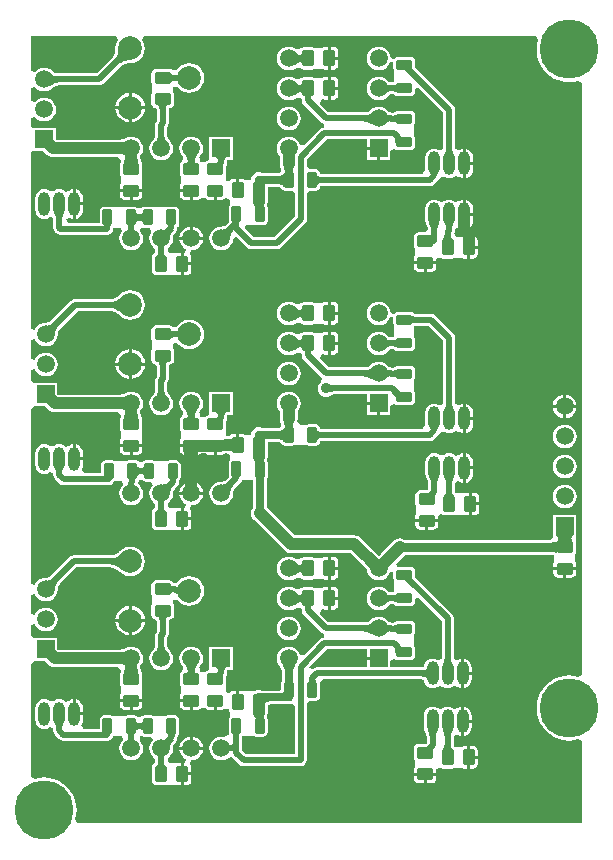
<source format=gbl>
G04 Layer_Physical_Order=2*
G04 Layer_Color=16711680*
%FSLAX44Y44*%
%MOMM*%
G71*
G01*
G75*
G04:AMPARAMS|DCode=10|XSize=1.3mm|YSize=0.8mm|CornerRadius=0.1mm|HoleSize=0mm|Usage=FLASHONLY|Rotation=270.000|XOffset=0mm|YOffset=0mm|HoleType=Round|Shape=RoundedRectangle|*
%AMROUNDEDRECTD10*
21,1,1.3000,0.6000,0,0,270.0*
21,1,1.1000,0.8000,0,0,270.0*
1,1,0.2000,-0.3000,-0.5500*
1,1,0.2000,-0.3000,0.5500*
1,1,0.2000,0.3000,0.5500*
1,1,0.2000,0.3000,-0.5500*
%
%ADD10ROUNDEDRECTD10*%
%ADD12C,1.0000*%
%ADD13C,0.5000*%
%ADD14C,5.0000*%
%ADD15R,1.5000X1.5000*%
%ADD16C,1.5000*%
%ADD17R,1.5000X1.5000*%
%ADD18O,1.0000X2.0000*%
%ADD19O,1.0000X2.0000*%
%ADD20C,2.0000*%
%ADD21C,0.9000*%
G04:AMPARAMS|DCode=22|XSize=1.4mm|YSize=1mm|CornerRadius=0.125mm|HoleSize=0mm|Usage=FLASHONLY|Rotation=180.000|XOffset=0mm|YOffset=0mm|HoleType=Round|Shape=RoundedRectangle|*
%AMROUNDEDRECTD22*
21,1,1.4000,0.7500,0,0,180.0*
21,1,1.1500,1.0000,0,0,180.0*
1,1,0.2500,-0.5750,0.3750*
1,1,0.2500,0.5750,0.3750*
1,1,0.2500,0.5750,-0.3750*
1,1,0.2500,-0.5750,-0.3750*
%
%ADD22ROUNDEDRECTD22*%
G04:AMPARAMS|DCode=23|XSize=1.4mm|YSize=1mm|CornerRadius=0.125mm|HoleSize=0mm|Usage=FLASHONLY|Rotation=270.000|XOffset=0mm|YOffset=0mm|HoleType=Round|Shape=RoundedRectangle|*
%AMROUNDEDRECTD23*
21,1,1.4000,0.7500,0,0,270.0*
21,1,1.1500,1.0000,0,0,270.0*
1,1,0.2500,-0.3750,-0.5750*
1,1,0.2500,-0.3750,0.5750*
1,1,0.2500,0.3750,0.5750*
1,1,0.2500,0.3750,-0.5750*
%
%ADD23ROUNDEDRECTD23*%
G04:AMPARAMS|DCode=24|XSize=1.3mm|YSize=0.8mm|CornerRadius=0.1mm|HoleSize=0mm|Usage=FLASHONLY|Rotation=0.000|XOffset=0mm|YOffset=0mm|HoleType=Round|Shape=RoundedRectangle|*
%AMROUNDEDRECTD24*
21,1,1.3000,0.6000,0,0,0.0*
21,1,1.1000,0.8000,0,0,0.0*
1,1,0.2000,0.5500,-0.3000*
1,1,0.2000,-0.5500,-0.3000*
1,1,0.2000,-0.5500,0.3000*
1,1,0.2000,0.5500,0.3000*
%
%ADD24ROUNDEDRECTD24*%
%ADD25C,0.6400*%
%ADD26C,0.8000*%
G36*
X96244Y582760D02*
X96138Y582808D01*
X95916Y582850D01*
X95580Y582887D01*
X93882Y582970D01*
X90010Y583010D01*
Y593010D01*
X96244Y593260D01*
Y582760D01*
D02*
G37*
G36*
X40220Y222105D02*
X39546Y221392D01*
X38944Y220673D01*
X38414Y219948D01*
X37955Y219217D01*
X37568Y218480D01*
X37253Y217737D01*
X37009Y216988D01*
X36838Y216233D01*
X36738Y215472D01*
X36710Y214705D01*
X29285Y222130D01*
X30052Y222158D01*
X30813Y222258D01*
X31568Y222429D01*
X32317Y222673D01*
X33060Y222988D01*
X33797Y223375D01*
X34528Y223834D01*
X35253Y224364D01*
X35972Y224966D01*
X36685Y225640D01*
X40220Y222105D01*
D02*
G37*
G36*
X96244Y150960D02*
X96138Y151007D01*
X95916Y151050D01*
X95580Y151088D01*
X93882Y151170D01*
X90010Y151210D01*
Y161210D01*
X96244Y161460D01*
Y150960D01*
D02*
G37*
G36*
X33858Y651158D02*
X34467Y650690D01*
X35122Y650277D01*
X35824Y649920D01*
X36573Y649617D01*
X37367Y649370D01*
X38208Y649177D01*
X39096Y649040D01*
X40030Y648958D01*
X41011Y648930D01*
Y643930D01*
X40030Y643903D01*
X39096Y643820D01*
X38208Y643682D01*
X37367Y643490D01*
X36573Y643242D01*
X35824Y642940D01*
X35122Y642582D01*
X34467Y642170D01*
X33858Y641702D01*
X33296Y641180D01*
Y651680D01*
X33858Y651158D01*
D02*
G37*
G36*
X106619Y151999D02*
X106701Y150854D01*
X106850D01*
X106803Y150747D01*
X106760Y150526D01*
X106738Y150330D01*
X106904Y148006D01*
X107075Y146879D01*
X107530Y144929D01*
X107815Y144106D01*
X108138Y143385D01*
X108499Y142766D01*
X94701D01*
X95062Y143385D01*
X95385Y144106D01*
X95670Y144929D01*
X95916Y145853D01*
X96125Y146879D01*
X96418Y149151D01*
X96350Y150854D01*
X96531D01*
X96600Y153534D01*
X106600D01*
X106619Y151999D01*
D02*
G37*
G36*
Y583799D02*
X106701Y582654D01*
X106850D01*
X106803Y582547D01*
X106760Y582326D01*
X106738Y582130D01*
X106904Y579806D01*
X107075Y578679D01*
X107530Y576729D01*
X107815Y575906D01*
X108138Y575185D01*
X108499Y574566D01*
X94701D01*
X95062Y575185D01*
X95385Y575906D01*
X95670Y576729D01*
X95916Y577653D01*
X96125Y578679D01*
X96418Y580951D01*
X96350Y582654D01*
X96531D01*
X96600Y585334D01*
X106600D01*
X106619Y583799D01*
D02*
G37*
G36*
X93588Y448530D02*
X92689Y449385D01*
X91755Y450150D01*
X90787Y450825D01*
X89785Y451410D01*
X88748Y451905D01*
X87676Y452310D01*
X86571Y452625D01*
X85431Y452850D01*
X84256Y452985D01*
X83047Y453030D01*
Y458030D01*
X84256Y458075D01*
X85431Y458210D01*
X86571Y458435D01*
X87676Y458750D01*
X88748Y459155D01*
X89785Y459650D01*
X90787Y460235D01*
X91755Y460910D01*
X92689Y461675D01*
X93588Y462530D01*
Y448530D01*
D02*
G37*
G36*
X40220Y438005D02*
X39546Y437292D01*
X38944Y436573D01*
X38414Y435848D01*
X37955Y435117D01*
X37568Y434380D01*
X37253Y433637D01*
X37009Y432888D01*
X36838Y432133D01*
X36738Y431372D01*
X36710Y430605D01*
X29285Y438030D01*
X30052Y438058D01*
X30813Y438158D01*
X31568Y438329D01*
X32317Y438573D01*
X33060Y438888D01*
X33797Y439275D01*
X34528Y439734D01*
X35253Y440264D01*
X35972Y440866D01*
X36685Y441540D01*
X40220Y438005D01*
D02*
G37*
G36*
X96244Y366860D02*
X96138Y366908D01*
X95916Y366950D01*
X95580Y366987D01*
X93882Y367070D01*
X90010Y367110D01*
Y377110D01*
X96244Y377360D01*
Y366860D01*
D02*
G37*
G36*
X93588Y231360D02*
X92689Y232215D01*
X91755Y232980D01*
X90787Y233655D01*
X89785Y234240D01*
X88748Y234735D01*
X87676Y235140D01*
X86571Y235455D01*
X85431Y235680D01*
X84256Y235815D01*
X83047Y235860D01*
Y240860D01*
X84256Y240905D01*
X85431Y241040D01*
X86571Y241265D01*
X87676Y241580D01*
X88748Y241985D01*
X89785Y242480D01*
X90787Y243065D01*
X91755Y243740D01*
X92689Y244505D01*
X93588Y245360D01*
Y231360D01*
D02*
G37*
G36*
X106619Y367899D02*
X106701Y366754D01*
X106850D01*
X106803Y366647D01*
X106760Y366426D01*
X106738Y366230D01*
X106904Y363906D01*
X107075Y362779D01*
X107530Y360829D01*
X107815Y360006D01*
X108138Y359285D01*
X108499Y358666D01*
X94701D01*
X95062Y359285D01*
X95385Y360006D01*
X95670Y360829D01*
X95916Y361753D01*
X96125Y362779D01*
X96418Y365051D01*
X96350Y366754D01*
X96531D01*
X96600Y369434D01*
X106600D01*
X106619Y367899D01*
D02*
G37*
G36*
X444997Y682280D02*
X446101Y679921D01*
X445195Y676145D01*
X444855Y671830D01*
X445195Y667515D01*
X446205Y663306D01*
X447862Y659307D01*
X450123Y655616D01*
X452934Y652324D01*
X456226Y649513D01*
X459917Y647252D01*
X463916Y645595D01*
X468125Y644585D01*
X472440Y644245D01*
X476755Y644585D01*
X479921Y645345D01*
X482921Y643591D01*
Y142539D01*
X479921Y140785D01*
X476755Y141545D01*
X472440Y141885D01*
X468125Y141545D01*
X463916Y140535D01*
X459917Y138878D01*
X456226Y136617D01*
X452934Y133806D01*
X450123Y130514D01*
X447862Y126823D01*
X446205Y122824D01*
X445195Y118615D01*
X444855Y114300D01*
X445195Y109985D01*
X446205Y105776D01*
X447862Y101777D01*
X450123Y98086D01*
X452934Y94794D01*
X456226Y91983D01*
X459917Y89722D01*
X463916Y88065D01*
X468125Y87055D01*
X472440Y86715D01*
X476755Y87055D01*
X479921Y87815D01*
X482921Y86061D01*
Y17079D01*
X55903D01*
X54334Y20079D01*
X55185Y23625D01*
X55525Y27940D01*
X55185Y32255D01*
X54175Y36464D01*
X52518Y40463D01*
X50257Y44154D01*
X47446Y47446D01*
X44154Y50257D01*
X40463Y52518D01*
X36464Y54175D01*
X32255Y55185D01*
X27940Y55525D01*
X23625Y55185D01*
X20079Y54334D01*
X17079Y55903D01*
Y151733D01*
X19210Y153830D01*
X20079Y153830D01*
X28512D01*
X31481Y150861D01*
X33048Y149659D01*
X34872Y148903D01*
X36830Y148645D01*
X90758D01*
X91568Y148262D01*
X92140Y147703D01*
X93231Y145675D01*
X93013Y145046D01*
X92791Y144551D01*
X92499Y144049D01*
X92481Y143998D01*
X92318Y143753D01*
X92208Y143205D01*
X92175Y143109D01*
X92179Y143055D01*
X92027Y142290D01*
Y134790D01*
X92318Y133327D01*
X92600Y132904D01*
Y126248D01*
X92280Y125769D01*
X91986Y124290D01*
Y121810D01*
X111214D01*
Y124290D01*
X110920Y125769D01*
X110600Y126248D01*
Y132904D01*
X110882Y133327D01*
X111173Y134790D01*
Y142290D01*
X111021Y143055D01*
X111025Y143109D01*
X110991Y143205D01*
X110882Y143753D01*
X110719Y143998D01*
X110701Y144049D01*
X110409Y144551D01*
X110187Y145046D01*
X109982Y145638D01*
X109580Y147360D01*
X109439Y148288D01*
X109327Y149854D01*
X110335Y151167D01*
X111343Y153600D01*
X111686Y156210D01*
X111343Y158820D01*
X110335Y161253D01*
X108732Y163342D01*
X106643Y164945D01*
X104211Y165953D01*
X101600Y166296D01*
X98989Y165953D01*
X96557Y164945D01*
X95290Y163973D01*
X90352Y163775D01*
X39963D01*
X39210Y164528D01*
Y173830D01*
X20079D01*
X19210Y173830D01*
X17079Y175927D01*
Y184547D01*
X20079Y185144D01*
X20475Y184187D01*
X22078Y182098D01*
X24167Y180495D01*
X26600Y179487D01*
X29210Y179144D01*
X31820Y179487D01*
X34253Y180495D01*
X36342Y182098D01*
X37945Y184187D01*
X38953Y186619D01*
X39296Y189230D01*
X38953Y191840D01*
X37945Y194273D01*
X36342Y196362D01*
X34253Y197965D01*
X31820Y198973D01*
X29210Y199316D01*
X26600Y198973D01*
X24167Y197965D01*
X22078Y196362D01*
X20475Y194273D01*
X20079Y193316D01*
X17079Y193913D01*
Y209947D01*
X20079Y210544D01*
X20475Y209587D01*
X22078Y207498D01*
X24167Y205895D01*
X26600Y204887D01*
X29210Y204544D01*
X31820Y204887D01*
X34253Y205895D01*
X36342Y207498D01*
X37945Y209587D01*
X38953Y212020D01*
X39296Y214630D01*
X39266Y214860D01*
X39281Y215259D01*
X39350Y215784D01*
X39469Y216310D01*
X39643Y216844D01*
X39874Y217388D01*
X40166Y217945D01*
X40525Y218516D01*
X40952Y219100D01*
X41271Y219482D01*
X55052Y233262D01*
X84145D01*
X85038Y233160D01*
X85974Y232975D01*
X86875Y232718D01*
X87746Y232389D01*
X88591Y231985D01*
X89414Y231506D01*
X90216Y230946D01*
X91001Y230303D01*
X91575Y229757D01*
X91815Y229445D01*
X94426Y227442D01*
X97467Y226182D01*
X100730Y225752D01*
X103993Y226182D01*
X107034Y227442D01*
X109645Y229445D01*
X111649Y232056D01*
X112908Y235097D01*
X113338Y238360D01*
X112908Y241623D01*
X111649Y244664D01*
X109645Y247275D01*
X107034Y249279D01*
X103993Y250539D01*
X100730Y250968D01*
X97467Y250539D01*
X94426Y249279D01*
X91815Y247275D01*
X91576Y246964D01*
X91001Y246417D01*
X90216Y245774D01*
X89414Y245215D01*
X88591Y244735D01*
X87746Y244332D01*
X86875Y244002D01*
X85974Y243745D01*
X85038Y243561D01*
X84145Y243458D01*
X52940D01*
X50989Y243070D01*
X49335Y241965D01*
X34062Y226691D01*
X33681Y226372D01*
X33096Y225944D01*
X32525Y225586D01*
X31968Y225294D01*
X31424Y225063D01*
X30890Y224889D01*
X30364Y224769D01*
X29839Y224701D01*
X29440Y224686D01*
X29210Y224716D01*
X26600Y224373D01*
X24167Y223365D01*
X22078Y221762D01*
X20475Y219673D01*
X20079Y218716D01*
X17079Y219313D01*
Y367633D01*
X19210Y369730D01*
X20079Y369730D01*
X28512D01*
X31481Y366761D01*
X33048Y365559D01*
X34872Y364803D01*
X36830Y364545D01*
X90758D01*
X91568Y364162D01*
X92140Y363603D01*
X93231Y361575D01*
X93013Y360946D01*
X92791Y360451D01*
X92499Y359949D01*
X92481Y359898D01*
X92318Y359653D01*
X92208Y359105D01*
X92175Y359009D01*
X92179Y358955D01*
X92027Y358190D01*
Y350690D01*
X92318Y349227D01*
X92600Y348804D01*
Y342148D01*
X92280Y341669D01*
X91986Y340190D01*
Y337710D01*
X111214D01*
Y340190D01*
X110920Y341669D01*
X110600Y342148D01*
Y348804D01*
X110882Y349227D01*
X111173Y350690D01*
Y358190D01*
X111021Y358955D01*
X111025Y359009D01*
X110991Y359105D01*
X110882Y359653D01*
X110719Y359898D01*
X110701Y359949D01*
X110409Y360451D01*
X110187Y360946D01*
X109982Y361538D01*
X109580Y363260D01*
X109439Y364188D01*
X109327Y365754D01*
X110335Y367067D01*
X111343Y369500D01*
X111686Y372110D01*
X111343Y374720D01*
X110335Y377153D01*
X108732Y379242D01*
X106643Y380845D01*
X104211Y381853D01*
X101600Y382196D01*
X98989Y381853D01*
X96557Y380845D01*
X95290Y379873D01*
X90352Y379675D01*
X39963D01*
X39210Y380428D01*
Y389730D01*
X20079D01*
X19210Y389730D01*
X17079Y391827D01*
Y400447D01*
X20079Y401044D01*
X20475Y400087D01*
X22078Y397998D01*
X24167Y396395D01*
X26600Y395387D01*
X29210Y395044D01*
X31820Y395387D01*
X34253Y396395D01*
X36342Y397998D01*
X37945Y400087D01*
X38953Y402519D01*
X39296Y405130D01*
X38953Y407741D01*
X37945Y410173D01*
X36342Y412262D01*
X34253Y413865D01*
X31820Y414873D01*
X29210Y415216D01*
X26600Y414873D01*
X24167Y413865D01*
X22078Y412262D01*
X20475Y410173D01*
X20079Y409216D01*
X17079Y409813D01*
Y425847D01*
X20079Y426444D01*
X20475Y425487D01*
X22078Y423398D01*
X24167Y421795D01*
X26600Y420787D01*
X29210Y420444D01*
X31820Y420787D01*
X34253Y421795D01*
X36342Y423398D01*
X37945Y425487D01*
X38953Y427920D01*
X39296Y430530D01*
X39266Y430760D01*
X39281Y431159D01*
X39350Y431684D01*
X39469Y432210D01*
X39643Y432744D01*
X39874Y433288D01*
X40166Y433845D01*
X40525Y434416D01*
X40952Y435000D01*
X41271Y435382D01*
X56322Y450432D01*
X84145D01*
X85038Y450330D01*
X85974Y450145D01*
X86875Y449888D01*
X87746Y449559D01*
X88591Y449155D01*
X89414Y448675D01*
X90216Y448116D01*
X91001Y447473D01*
X91575Y446927D01*
X91815Y446615D01*
X94426Y444612D01*
X97467Y443352D01*
X100730Y442922D01*
X103993Y443352D01*
X107034Y444612D01*
X109645Y446615D01*
X111649Y449226D01*
X112908Y452267D01*
X113338Y455530D01*
X112908Y458793D01*
X111649Y461834D01*
X109645Y464445D01*
X107034Y466449D01*
X103993Y467709D01*
X100730Y468138D01*
X97467Y467709D01*
X94426Y466449D01*
X91815Y464445D01*
X91576Y464134D01*
X91001Y463587D01*
X90216Y462944D01*
X89414Y462385D01*
X88591Y461905D01*
X87746Y461502D01*
X86875Y461172D01*
X85974Y460915D01*
X85038Y460731D01*
X84145Y460628D01*
X54210D01*
X52259Y460240D01*
X50605Y459135D01*
X34062Y442591D01*
X33681Y442272D01*
X33096Y441844D01*
X32525Y441486D01*
X31968Y441194D01*
X31424Y440963D01*
X30890Y440789D01*
X30364Y440670D01*
X29839Y440601D01*
X29440Y440586D01*
X29210Y440616D01*
X26600Y440273D01*
X24167Y439265D01*
X22078Y437662D01*
X20475Y435573D01*
X20079Y434616D01*
X17079Y435213D01*
Y582987D01*
X17940Y585630D01*
X20079Y585630D01*
X27242D01*
X30211Y582661D01*
X31778Y581459D01*
X33602Y580703D01*
X35560Y580445D01*
X90758D01*
X91568Y580062D01*
X92140Y579503D01*
X93231Y577475D01*
X93013Y576846D01*
X92791Y576351D01*
X92499Y575849D01*
X92481Y575798D01*
X92318Y575553D01*
X92208Y575005D01*
X92175Y574909D01*
X92179Y574855D01*
X92027Y574090D01*
Y566590D01*
X92318Y565127D01*
X92600Y564704D01*
Y558048D01*
X92280Y557569D01*
X91986Y556090D01*
Y553610D01*
X111214D01*
Y556090D01*
X110920Y557569D01*
X110600Y558048D01*
Y564704D01*
X110882Y565127D01*
X111173Y566590D01*
Y574090D01*
X111021Y574855D01*
X111025Y574909D01*
X110991Y575005D01*
X110882Y575553D01*
X110719Y575798D01*
X110701Y575849D01*
X110409Y576351D01*
X110187Y576846D01*
X109982Y577438D01*
X109580Y579160D01*
X109439Y580088D01*
X109327Y581654D01*
X110335Y582967D01*
X111343Y585400D01*
X111686Y588010D01*
X111343Y590620D01*
X110335Y593053D01*
X108732Y595142D01*
X106643Y596745D01*
X104211Y597753D01*
X101600Y598096D01*
X98989Y597753D01*
X96557Y596745D01*
X95290Y595773D01*
X90352Y595575D01*
X38693D01*
X37940Y596328D01*
Y605630D01*
X20079D01*
X17940Y605630D01*
X17079Y608273D01*
Y613830D01*
X20079Y614849D01*
X20808Y613898D01*
X22897Y612295D01*
X25329Y611287D01*
X27940Y610944D01*
X30550Y611287D01*
X32983Y612295D01*
X35072Y613898D01*
X36675Y615987D01*
X37683Y618419D01*
X38026Y621030D01*
X37683Y623641D01*
X36675Y626073D01*
X35072Y628162D01*
X32983Y629765D01*
X30550Y630773D01*
X27940Y631116D01*
X25329Y630773D01*
X22897Y629765D01*
X20808Y628162D01*
X20079Y627211D01*
X17079Y628230D01*
Y639230D01*
X20079Y640248D01*
X20808Y639298D01*
X22897Y637695D01*
X25329Y636687D01*
X27940Y636344D01*
X30550Y636687D01*
X32983Y637695D01*
X35072Y639298D01*
X35213Y639482D01*
X35506Y639754D01*
X35926Y640076D01*
X36383Y640364D01*
X36883Y640618D01*
X37431Y640840D01*
X38031Y641027D01*
X38688Y641178D01*
X39404Y641288D01*
X39899Y641332D01*
X74460D01*
X76410Y641720D01*
X78064Y642825D01*
X92607Y657368D01*
X93311Y657927D01*
X94103Y658458D01*
X94923Y658914D01*
X95772Y659297D01*
X96654Y659609D01*
X97575Y659851D01*
X98539Y660023D01*
X99548Y660124D01*
X100340Y660144D01*
X100730Y660092D01*
X103993Y660522D01*
X107034Y661781D01*
X109645Y663785D01*
X111649Y666396D01*
X112908Y669437D01*
X113338Y672700D01*
X112908Y675963D01*
X111649Y679004D01*
X110945Y679922D01*
X112424Y682922D01*
X444569D01*
X444997Y682280D01*
D02*
G37*
G36*
X90515Y679922D02*
X89811Y679004D01*
X88552Y675963D01*
X88122Y672700D01*
X88173Y672311D01*
X88153Y671518D01*
X88053Y670509D01*
X87881Y669546D01*
X87639Y668624D01*
X87327Y667742D01*
X86943Y666893D01*
X86488Y666074D01*
X85956Y665282D01*
X85398Y664578D01*
X72348Y651528D01*
X39899D01*
X39404Y651572D01*
X38688Y651683D01*
X38031Y651833D01*
X37431Y652020D01*
X36883Y652242D01*
X36383Y652496D01*
X35926Y652784D01*
X35506Y653106D01*
X35213Y653378D01*
X35072Y653562D01*
X32983Y655165D01*
X30550Y656173D01*
X27940Y656516D01*
X25329Y656173D01*
X22897Y655165D01*
X20808Y653562D01*
X20079Y652611D01*
X17079Y653630D01*
Y682922D01*
X89036D01*
X90515Y679922D01*
D02*
G37*
G36*
X100630Y662701D02*
X99389Y662669D01*
X98188Y662550D01*
X97026Y662343D01*
X95904Y662048D01*
X94820Y661664D01*
X93777Y661193D01*
X92772Y660634D01*
X91807Y659987D01*
X90881Y659252D01*
X89994Y658429D01*
X86459Y661965D01*
X87282Y662851D01*
X88017Y663777D01*
X88664Y664742D01*
X89223Y665747D01*
X89694Y666791D01*
X90077Y667874D01*
X90372Y668997D01*
X90580Y670158D01*
X90699Y671360D01*
X90730Y672600D01*
X100630Y662701D01*
D02*
G37*
%LPC*%
G36*
X111214Y335170D02*
X102870D01*
Y328825D01*
X107350D01*
X108829Y329120D01*
X110082Y329957D01*
X110920Y331211D01*
X111214Y332690D01*
Y335170D01*
D02*
G37*
G36*
X100330D02*
X91986D01*
Y332690D01*
X92280Y331211D01*
X93118Y329957D01*
X94371Y329120D01*
X95850Y328825D01*
X100330D01*
Y335170D01*
D02*
G37*
G36*
X151130D02*
X142786D01*
Y332690D01*
X143080Y331211D01*
X143918Y329957D01*
X145171Y329120D01*
X146650Y328825D01*
X146756D01*
X146470Y330051D01*
X146185Y330874D01*
X145862Y331595D01*
X145501Y332214D01*
X151130D01*
Y335170D01*
D02*
G37*
G36*
X391145Y358140D02*
X384810D01*
Y346972D01*
X385508Y347064D01*
X387342Y347824D01*
X388918Y349032D01*
X390126Y350607D01*
X390886Y352442D01*
X391145Y354410D01*
Y358140D01*
D02*
G37*
G36*
X40640Y337685D02*
X38682Y337427D01*
X36858Y336671D01*
X36411Y336329D01*
X34290Y335745D01*
X32169Y336329D01*
X31722Y336671D01*
X29898Y337427D01*
X27940Y337685D01*
X25982Y337427D01*
X24158Y336671D01*
X22591Y335469D01*
X21389Y333902D01*
X20633Y332078D01*
X20375Y330120D01*
Y320120D01*
X20633Y318162D01*
X21389Y316338D01*
X22591Y314771D01*
X24158Y313569D01*
X25982Y312813D01*
X27940Y312555D01*
X29898Y312813D01*
X31722Y313569D01*
X32169Y313911D01*
X32759Y314074D01*
X34769Y313523D01*
X35542Y312871D01*
Y311912D01*
X35930Y309961D01*
X37035Y308307D01*
X40845Y304497D01*
X42499Y303392D01*
X44450Y303004D01*
X82710D01*
X84661Y303392D01*
X86315Y304497D01*
X87420Y306151D01*
X87475Y306430D01*
X87520Y306460D01*
X93994D01*
X95013Y303460D01*
X94468Y303042D01*
X92865Y300953D01*
X91857Y298521D01*
X91514Y295910D01*
X91857Y293300D01*
X92865Y290867D01*
X94468Y288778D01*
X96557Y287175D01*
X98989Y286167D01*
X101600Y285824D01*
X104211Y286167D01*
X106643Y287175D01*
X108732Y288778D01*
X110335Y290867D01*
X111343Y293300D01*
X111686Y295910D01*
X111343Y298521D01*
X110335Y300953D01*
X108732Y303042D01*
X107730Y303811D01*
X107973Y306763D01*
X108122Y306862D01*
X108335Y306937D01*
X111451D01*
X111539Y306895D01*
X112634Y306163D01*
X114000Y305891D01*
X118653D01*
X119640Y303577D01*
X119752Y302891D01*
X118265Y300953D01*
X117257Y298521D01*
X116914Y295910D01*
X117257Y293300D01*
X118265Y290867D01*
X119868Y288778D01*
X121840Y287264D01*
X121902Y286372D01*
Y285542D01*
X121792Y284988D01*
Y283769D01*
X121776Y283622D01*
X121677Y283602D01*
X120436Y282774D01*
X119607Y281533D01*
X119316Y280070D01*
Y268570D01*
X119607Y267107D01*
X120436Y265866D01*
X121677Y265038D01*
X123140Y264747D01*
X130640D01*
X132103Y265038D01*
X132526Y265320D01*
X139182D01*
X139661Y265000D01*
X141140Y264706D01*
X143620D01*
Y274320D01*
Y283934D01*
X141140D01*
X139661Y283640D01*
X139182Y283320D01*
X134503D01*
X132839Y284550D01*
X132823Y287774D01*
X134132Y288778D01*
X135735Y290867D01*
X136743Y293300D01*
X137086Y295910D01*
X137056Y296140D01*
X137071Y296539D01*
X137140Y297064D01*
X137259Y297590D01*
X137433Y298124D01*
X137664Y298668D01*
X137956Y299226D01*
X138315Y299796D01*
X138742Y300380D01*
X139061Y300762D01*
X140605Y302305D01*
X141710Y303959D01*
X142098Y305910D01*
Y306652D01*
X142523Y306937D01*
X143297Y308094D01*
X143568Y309460D01*
Y320460D01*
X143297Y321826D01*
X142523Y322983D01*
X141366Y323757D01*
X140000Y324029D01*
X134000D01*
X132634Y323757D01*
X132190Y323460D01*
X121810D01*
X121366Y323757D01*
X120000Y324029D01*
X114000D01*
X112634Y323757D01*
X111539Y323025D01*
X111451Y322983D01*
X108259D01*
X108171Y323025D01*
X107076Y323757D01*
X105710Y324029D01*
X99710D01*
X98344Y323757D01*
X97900Y323460D01*
X87520D01*
X87076Y323757D01*
X85710Y324029D01*
X79710D01*
X78344Y323757D01*
X77187Y322983D01*
X76413Y321826D01*
X76142Y320460D01*
Y313200D01*
X61315D01*
X59836Y316200D01*
X59926Y316318D01*
X60686Y318152D01*
X60945Y320120D01*
Y323850D01*
X53340D01*
Y325120D01*
X52070D01*
Y337558D01*
X51372Y337466D01*
X49538Y336706D01*
X49087Y336360D01*
X45989Y335469D01*
X44422Y336671D01*
X42598Y337427D01*
X40640Y337685D01*
D02*
G37*
G36*
X468630Y354256D02*
X466020Y353913D01*
X463587Y352905D01*
X461498Y351302D01*
X459895Y349213D01*
X458887Y346781D01*
X458544Y344170D01*
X458887Y341559D01*
X459895Y339127D01*
X461498Y337038D01*
X463587Y335435D01*
X466020Y334427D01*
X468630Y334084D01*
X471241Y334427D01*
X473673Y335435D01*
X475762Y337038D01*
X477365Y339127D01*
X478373Y341559D01*
X478716Y344170D01*
X478373Y346781D01*
X477365Y349213D01*
X475762Y351302D01*
X473673Y352905D01*
X471241Y353913D01*
X468630Y354256D01*
D02*
G37*
G36*
X151130Y305869D02*
X149779Y305692D01*
X147337Y304680D01*
X145239Y303071D01*
X143630Y300973D01*
X142618Y298531D01*
X142441Y297180D01*
X151130D01*
Y305869D01*
D02*
G37*
G36*
X153670D02*
Y297180D01*
X162359D01*
X162182Y298531D01*
X161170Y300973D01*
X159561Y303071D01*
X157463Y304680D01*
X155021Y305692D01*
X153670Y305869D01*
D02*
G37*
G36*
X162359Y294640D02*
X142441D01*
X142618Y293289D01*
X143630Y290847D01*
X145239Y288749D01*
X147337Y287140D01*
X147834Y286934D01*
X147237Y283934D01*
X146160D01*
Y275590D01*
X152505D01*
Y280070D01*
X152210Y281549D01*
X151373Y282802D01*
X151204Y282915D01*
X152289Y285798D01*
X152400Y285783D01*
X155021Y286128D01*
X157463Y287140D01*
X159561Y288749D01*
X161170Y290847D01*
X162182Y293289D01*
X162359Y294640D01*
D02*
G37*
G36*
X392480Y296634D02*
X390000D01*
Y288290D01*
X396344D01*
Y292770D01*
X396050Y294249D01*
X395213Y295502D01*
X393959Y296340D01*
X392480Y296634D01*
D02*
G37*
G36*
X391145Y316230D02*
X384810D01*
Y305062D01*
X385508Y305154D01*
X387342Y305914D01*
X388918Y307122D01*
X390126Y308697D01*
X390886Y310532D01*
X391145Y312500D01*
Y316230D01*
D02*
G37*
G36*
X54610Y337558D02*
Y326390D01*
X60945D01*
Y330120D01*
X60686Y332088D01*
X59926Y333923D01*
X58718Y335498D01*
X57143Y336706D01*
X55308Y337466D01*
X54610Y337558D01*
D02*
G37*
G36*
X370840Y330065D02*
X368882Y329807D01*
X367058Y329051D01*
X366611Y328708D01*
X364490Y328125D01*
X362369Y328708D01*
X361922Y329051D01*
X360098Y329807D01*
X358140Y330065D01*
X356182Y329807D01*
X354358Y329051D01*
X352791Y327849D01*
X351589Y326282D01*
X350833Y324458D01*
X350575Y322500D01*
Y312500D01*
X350833Y310542D01*
X351426Y309111D01*
X351444Y309018D01*
X351497Y308940D01*
X351589Y308718D01*
X351683Y308595D01*
X351710Y308533D01*
X351997Y308123D01*
X352204Y307766D01*
X352394Y307366D01*
X352566Y306918D01*
X352718Y306420D01*
X352847Y305871D01*
X352945Y305302D01*
X353042Y304242D01*
Y299402D01*
X352154Y298514D01*
X346040D01*
X344577Y298223D01*
X343336Y297394D01*
X342508Y296153D01*
X342217Y294690D01*
Y287190D01*
X342508Y285727D01*
X342790Y285304D01*
Y278648D01*
X342470Y278169D01*
X342176Y276690D01*
Y274210D01*
X361404D01*
Y276690D01*
X361366Y276883D01*
X361619Y277143D01*
X364276Y278566D01*
X365517Y277738D01*
X366980Y277447D01*
X374480D01*
X375943Y277738D01*
X376366Y278020D01*
X383022D01*
X383501Y277700D01*
X384980Y277406D01*
X387460D01*
Y287020D01*
Y296634D01*
X384980D01*
X383501Y296340D01*
X383022Y296020D01*
X376499D01*
X376379Y296174D01*
X376255Y296381D01*
X376133Y296647D01*
X376020Y296978D01*
X375922Y297380D01*
X375846Y297854D01*
X375828Y298055D01*
Y301562D01*
X375938Y302116D01*
Y304228D01*
X375956Y304646D01*
X376016Y305161D01*
X376265Y305388D01*
X377955Y306216D01*
X378486Y306316D01*
X379006Y306292D01*
X379352Y306208D01*
X379357Y306206D01*
X379738Y305914D01*
X381572Y305154D01*
X382270Y305062D01*
Y317500D01*
Y329938D01*
X381572Y329846D01*
X379738Y329086D01*
X379287Y328740D01*
X376189Y327849D01*
X374622Y329051D01*
X372798Y329807D01*
X370840Y330065D01*
D02*
G37*
G36*
X468630Y328856D02*
X466020Y328513D01*
X463587Y327505D01*
X461498Y325902D01*
X459895Y323813D01*
X458887Y321381D01*
X458544Y318770D01*
X458887Y316159D01*
X459895Y313727D01*
X461498Y311638D01*
X463587Y310035D01*
X466020Y309027D01*
X468630Y308684D01*
X471241Y309027D01*
X473673Y310035D01*
X475762Y311638D01*
X477365Y313727D01*
X478373Y316159D01*
X478716Y318770D01*
X478373Y321381D01*
X477365Y323813D01*
X475762Y325902D01*
X473673Y327505D01*
X471241Y328513D01*
X468630Y328856D01*
D02*
G37*
G36*
X384810Y329938D02*
Y318770D01*
X391145D01*
Y322500D01*
X390886Y324468D01*
X390126Y326302D01*
X388918Y327878D01*
X387342Y329086D01*
X385508Y329846D01*
X384810Y329938D01*
D02*
G37*
G36*
X113211Y404260D02*
X102000D01*
Y393049D01*
X104003Y393313D01*
X107054Y394576D01*
X109673Y396586D01*
X111684Y399206D01*
X112947Y402256D01*
X113211Y404260D01*
D02*
G37*
G36*
X152505Y57150D02*
X146160D01*
Y48806D01*
X148640D01*
X150119Y49100D01*
X151373Y49938D01*
X152210Y51191D01*
X152505Y52670D01*
Y57150D01*
D02*
G37*
G36*
X234950Y407596D02*
X232339Y407253D01*
X229907Y406245D01*
X227818Y404642D01*
X226215Y402553D01*
X225207Y400121D01*
X224864Y397510D01*
X225207Y394899D01*
X226215Y392467D01*
X227818Y390378D01*
X229907Y388775D01*
X232339Y387767D01*
X234950Y387424D01*
X237561Y387767D01*
X239993Y388775D01*
X242082Y390378D01*
X243685Y392467D01*
X244693Y394899D01*
X245036Y397510D01*
X244693Y400121D01*
X243685Y402553D01*
X242082Y404642D01*
X239993Y406245D01*
X237561Y407253D01*
X234950Y407596D01*
D02*
G37*
G36*
X99460Y404260D02*
X88249D01*
X88513Y402256D01*
X89776Y399206D01*
X91786Y396586D01*
X94406Y394576D01*
X97456Y393313D01*
X99460Y393049D01*
Y404260D01*
D02*
G37*
G36*
X234950Y432996D02*
X232339Y432653D01*
X229907Y431645D01*
X227818Y430042D01*
X226215Y427953D01*
X225207Y425521D01*
X224864Y422910D01*
X225207Y420299D01*
X226215Y417867D01*
X227818Y415778D01*
X229907Y414175D01*
X232339Y413167D01*
X234950Y412824D01*
X237561Y413167D01*
X239993Y414175D01*
X241155Y415067D01*
X241628Y415169D01*
X244414Y414796D01*
X244507Y414747D01*
X244896Y414456D01*
X246137Y413628D01*
X246252Y413605D01*
Y412860D01*
X246640Y410909D01*
X247745Y409255D01*
X263095Y393905D01*
X263116Y393087D01*
X262698Y390563D01*
X261708Y389802D01*
X260585Y388340D01*
X259880Y386637D01*
X259640Y384810D01*
X259880Y382983D01*
X260585Y381280D01*
X261708Y379818D01*
X263170Y378695D01*
X264873Y377990D01*
X266700Y377750D01*
X268527Y377990D01*
X270230Y378695D01*
X271370Y379570D01*
X271432Y379586D01*
X271593Y379616D01*
X272892Y379712D01*
X301110D01*
Y373380D01*
X311150D01*
Y372110D01*
X312420D01*
Y362070D01*
X321190D01*
Y370275D01*
X321803Y370788D01*
X324717Y371827D01*
X325874Y371053D01*
X327240Y370782D01*
X338240D01*
X339606Y371053D01*
X340763Y371827D01*
X341537Y372984D01*
X341809Y374350D01*
Y380350D01*
X341537Y381716D01*
X341240Y382160D01*
Y392540D01*
X341537Y392984D01*
X341809Y394350D01*
Y400350D01*
X341537Y401716D01*
X340763Y402873D01*
X339606Y403647D01*
X338240Y403918D01*
X327240D01*
X325874Y403647D01*
X325370Y403310D01*
X325356Y403306D01*
X325320Y403276D01*
X324717Y402873D01*
X324601Y402700D01*
X324550Y402679D01*
X324346Y402616D01*
X324043Y402548D01*
X323678Y402492D01*
X323094Y402448D01*
X322622D01*
X321818Y402608D01*
X319843D01*
X318282Y404642D01*
X316193Y406245D01*
X313761Y407253D01*
X311150Y407596D01*
X308540Y407253D01*
X306107Y406245D01*
X304018Y404642D01*
X303877Y404458D01*
X303584Y404186D01*
X303165Y403864D01*
X302707Y403576D01*
X302208Y403322D01*
X301659Y403100D01*
X301059Y402913D01*
X300402Y402762D01*
X299686Y402652D01*
X299191Y402608D01*
X268812D01*
X261428Y409992D01*
X262454Y413208D01*
X264121Y413590D01*
X265600Y413296D01*
X268080D01*
Y422910D01*
Y432524D01*
X265600D01*
X264121Y432230D01*
X263642Y431910D01*
X256986D01*
X256563Y432192D01*
X255100Y432483D01*
X247600D01*
X246137Y432192D01*
X244896Y431364D01*
X244507Y431073D01*
X244414Y431024D01*
X241628Y430651D01*
X241155Y430753D01*
X239993Y431645D01*
X237561Y432653D01*
X234950Y432996D01*
D02*
G37*
G36*
X276964Y421640D02*
X270620D01*
Y413296D01*
X273100D01*
X274579Y413590D01*
X275833Y414428D01*
X276670Y415681D01*
X276964Y417160D01*
Y421640D01*
D02*
G37*
G36*
X99460Y418011D02*
X97456Y417747D01*
X94406Y416483D01*
X91786Y414473D01*
X89776Y411854D01*
X88513Y408803D01*
X88249Y406800D01*
X99460D01*
Y418011D01*
D02*
G37*
G36*
X102000D02*
Y406800D01*
X113211D01*
X112947Y408803D01*
X111684Y411854D01*
X109673Y414473D01*
X107054Y416483D01*
X104003Y417747D01*
X102000Y418011D01*
D02*
G37*
G36*
X384810Y371848D02*
Y360680D01*
X391145D01*
Y364410D01*
X390886Y366378D01*
X390126Y368213D01*
X388918Y369788D01*
X387342Y370996D01*
X385508Y371756D01*
X384810Y371848D01*
D02*
G37*
G36*
X309880Y370840D02*
X301110D01*
Y362070D01*
X309880D01*
Y370840D01*
D02*
G37*
G36*
X467360Y368300D02*
X458671D01*
X458848Y366949D01*
X459860Y364507D01*
X461469Y362409D01*
X463567Y360800D01*
X466009Y359788D01*
X467360Y359611D01*
Y368300D01*
D02*
G37*
G36*
X478589D02*
X469900D01*
Y359611D01*
X471251Y359788D01*
X473693Y360800D01*
X475791Y362409D01*
X477400Y364507D01*
X478412Y366949D01*
X478589Y368300D01*
D02*
G37*
G36*
X467360Y379529D02*
X466009Y379352D01*
X463567Y378340D01*
X461469Y376731D01*
X459860Y374633D01*
X458848Y372191D01*
X458671Y370840D01*
X467360D01*
Y379529D01*
D02*
G37*
G36*
X469900D02*
Y370840D01*
X478589D01*
X478412Y372191D01*
X477400Y374633D01*
X475791Y376731D01*
X473693Y378340D01*
X471251Y379352D01*
X469900Y379529D01*
D02*
G37*
G36*
X349250Y57040D02*
X340906D01*
Y54560D01*
X341200Y53081D01*
X342038Y51827D01*
X343291Y50990D01*
X344770Y50696D01*
X349250D01*
Y57040D01*
D02*
G37*
G36*
X311150Y458396D02*
X308540Y458053D01*
X306107Y457045D01*
X304018Y455442D01*
X302415Y453353D01*
X301407Y450920D01*
X301064Y448310D01*
X301407Y445700D01*
X302415Y443267D01*
X304018Y441178D01*
X306107Y439575D01*
X308540Y438567D01*
X311150Y438224D01*
X313761Y438567D01*
X316193Y439575D01*
X318282Y441178D01*
X319885Y443267D01*
X320735Y445319D01*
X320893Y445699D01*
X323671Y444969D01*
X323671Y444967D01*
Y440070D01*
X323943Y438704D01*
X324240Y438260D01*
Y428312D01*
X324043Y428268D01*
X323678Y428212D01*
X323094Y428168D01*
X321978D01*
X321174Y428008D01*
X319843D01*
X318282Y430042D01*
X316193Y431645D01*
X313761Y432653D01*
X311150Y432996D01*
X308540Y432653D01*
X306107Y431645D01*
X304018Y430042D01*
X302415Y427953D01*
X301407Y425521D01*
X301064Y422910D01*
X301407Y420299D01*
X302415Y417867D01*
X304018Y415778D01*
X306107Y414175D01*
X308540Y413167D01*
X311150Y412824D01*
X313761Y413167D01*
X316193Y414175D01*
X318282Y415778D01*
X319813Y417774D01*
X320447Y417812D01*
X321818D01*
X322622Y417972D01*
X323249D01*
X323649Y417932D01*
X324043Y417872D01*
X324346Y417804D01*
X324550Y417741D01*
X324601Y417720D01*
X324717Y417547D01*
X325320Y417144D01*
X325356Y417114D01*
X325370Y417110D01*
X325874Y416773D01*
X327240Y416502D01*
X338240D01*
X339606Y416773D01*
X340763Y417547D01*
X341537Y418704D01*
X341809Y420070D01*
Y426070D01*
X341537Y427436D01*
X341240Y427880D01*
Y437786D01*
X341574Y437849D01*
X343034Y437972D01*
X353488D01*
X365742Y425718D01*
Y372682D01*
X365724Y372264D01*
X365659Y371707D01*
X365360Y371438D01*
X363819Y370677D01*
X363225Y370553D01*
X362737Y370567D01*
X362319Y370662D01*
X362306Y370667D01*
X361922Y370961D01*
X360098Y371717D01*
X358140Y371975D01*
X356182Y371717D01*
X354358Y370961D01*
X352791Y369759D01*
X351589Y368192D01*
X350833Y366368D01*
X350575Y364410D01*
Y354410D01*
X350690Y353538D01*
X349108Y351107D01*
X348379Y350538D01*
X262980D01*
X262608Y350571D01*
X262072Y350659D01*
X261692Y350761D01*
X261679Y350766D01*
Y350940D01*
X261407Y352306D01*
X260633Y353463D01*
X259476Y354237D01*
X258110Y354509D01*
X252110D01*
X250744Y354237D01*
X250300Y353940D01*
X244525D01*
X242499Y356583D01*
X242450Y356940D01*
X242675Y358648D01*
X242515Y359864D01*
Y364140D01*
X242537Y365570D01*
X243685Y367067D01*
X244693Y369500D01*
X245036Y372110D01*
X244693Y374720D01*
X243685Y377153D01*
X242082Y379242D01*
X239993Y380845D01*
X237561Y381853D01*
X234950Y382196D01*
X232339Y381853D01*
X229907Y380845D01*
X227818Y379242D01*
X226215Y377153D01*
X225207Y374720D01*
X224864Y372110D01*
X225207Y369500D01*
X226215Y367067D01*
X227337Y365605D01*
X227385Y361749D01*
Y358808D01*
X227643Y356850D01*
X228399Y355026D01*
X228436Y354977D01*
X228251Y353349D01*
X227849Y351799D01*
X227691Y351718D01*
X227234Y351541D01*
X226713Y351395D01*
X226121Y351284D01*
X225810Y351252D01*
X212615D01*
X211357Y351773D01*
X209660Y351996D01*
X207963Y351773D01*
X206382Y351118D01*
X205024Y350076D01*
X203983Y348718D01*
X203328Y347137D01*
X203119Y345550D01*
X197368D01*
X196889Y345870D01*
X195410Y346164D01*
X192930D01*
Y336550D01*
X190390D01*
Y346164D01*
X187910D01*
X186431Y345870D01*
X185177Y345032D01*
X184720Y344348D01*
X181844Y344796D01*
X181720Y344847D01*
Y348804D01*
X182002Y349227D01*
X182293Y350690D01*
Y357245D01*
X182510Y357569D01*
X182898Y359520D01*
Y360750D01*
X182931Y361119D01*
X183019Y361648D01*
X183120Y362023D01*
X183155Y362110D01*
X187800D01*
Y382110D01*
X167800D01*
Y362110D01*
X166970Y362014D01*
X165507Y361723D01*
X165507Y361723D01*
X165079Y361437D01*
X164266Y360894D01*
X164263Y360888D01*
X160857D01*
X160854Y360894D01*
X159856Y361560D01*
X159490Y362962D01*
X159346Y364835D01*
X159348Y364837D01*
X159532Y364978D01*
X161135Y367067D01*
X162143Y369500D01*
X162486Y372110D01*
X162143Y374720D01*
X161135Y377153D01*
X159532Y379242D01*
X157443Y380845D01*
X155010Y381853D01*
X152400Y382196D01*
X149789Y381853D01*
X147357Y380845D01*
X145268Y379242D01*
X143665Y377153D01*
X142657Y374720D01*
X142314Y372110D01*
X142657Y369500D01*
X143665Y367067D01*
X145268Y364978D01*
X145452Y364837D01*
X145454Y364835D01*
X145310Y362963D01*
X144944Y361560D01*
X143946Y360894D01*
X143118Y359653D01*
X142827Y358190D01*
Y350690D01*
X143118Y349227D01*
X143400Y348804D01*
Y342148D01*
X143080Y341669D01*
X142786Y340190D01*
Y337710D01*
X152400D01*
Y336440D01*
X153670D01*
Y332214D01*
X159299D01*
X158938Y331595D01*
X158615Y330874D01*
X158330Y330051D01*
X158084Y329127D01*
X158022Y328825D01*
X158150D01*
X159629Y329120D01*
X160830Y329923D01*
X160900Y329957D01*
X162560D01*
X164220D01*
X164289Y329923D01*
X165491Y329120D01*
X166970Y328825D01*
X171450D01*
Y336440D01*
X173990D01*
Y328825D01*
X178470D01*
X179949Y329120D01*
X181202Y329957D01*
X184340Y329321D01*
X185177Y328068D01*
X185517Y327841D01*
X185671Y327284D01*
X185613Y324793D01*
X185517Y324507D01*
X185137Y324253D01*
X184363Y323096D01*
X184091Y321730D01*
Y310730D01*
X184310Y309630D01*
X182652Y307971D01*
X182271Y307652D01*
X181686Y307225D01*
X181115Y306866D01*
X180558Y306574D01*
X180014Y306343D01*
X179480Y306169D01*
X178954Y306049D01*
X178429Y305981D01*
X178030Y305966D01*
X177800Y305996D01*
X175189Y305653D01*
X172757Y304645D01*
X170668Y303042D01*
X169065Y300953D01*
X168057Y298521D01*
X167714Y295910D01*
X168057Y293300D01*
X169065Y290867D01*
X170668Y288778D01*
X172757Y287175D01*
X175189Y286167D01*
X177800Y285824D01*
X180410Y286167D01*
X182843Y287175D01*
X184932Y288778D01*
X186535Y290867D01*
X187543Y293300D01*
X187886Y295910D01*
X187856Y296140D01*
X187871Y296539D01*
X187939Y297064D01*
X188059Y297590D01*
X188233Y298124D01*
X188464Y298668D01*
X188756Y299226D01*
X189114Y299796D01*
X189542Y300380D01*
X189861Y300762D01*
X194265Y305165D01*
X195370Y306819D01*
X195551Y307730D01*
X204709D01*
X204848Y305375D01*
Y286929D01*
X204749Y283908D01*
X204734Y283743D01*
X204109Y282928D01*
X203353Y281104D01*
X203095Y279146D01*
X203353Y277188D01*
X204109Y275364D01*
X205311Y273797D01*
X231473Y247635D01*
X233040Y246433D01*
X234864Y245677D01*
X236822Y245419D01*
X287443D01*
X298674Y234188D01*
X300274Y232555D01*
X301175Y231561D01*
X301407Y229799D01*
X302415Y227367D01*
X304018Y225278D01*
X306107Y223675D01*
X308540Y222667D01*
X311150Y222324D01*
X313761Y222667D01*
X316193Y223675D01*
X318282Y225278D01*
X319885Y227367D01*
X320893Y229799D01*
X323671Y229069D01*
Y224170D01*
X323943Y222804D01*
X324240Y222360D01*
Y212412D01*
X324043Y212368D01*
X323678Y212312D01*
X323094Y212268D01*
X321978D01*
X321174Y212108D01*
X319843D01*
X318282Y214142D01*
X316193Y215745D01*
X313761Y216753D01*
X311150Y217096D01*
X308540Y216753D01*
X306107Y215745D01*
X304018Y214142D01*
X302415Y212053D01*
X301407Y209620D01*
X301064Y207010D01*
X301407Y204400D01*
X302415Y201967D01*
X304018Y199878D01*
X306107Y198275D01*
X308540Y197267D01*
X311150Y196924D01*
X313761Y197267D01*
X316193Y198275D01*
X318282Y199878D01*
X319813Y201874D01*
X320447Y201912D01*
X321818D01*
X322622Y202072D01*
X323249D01*
X323649Y202032D01*
X324043Y201972D01*
X324346Y201904D01*
X324550Y201841D01*
X324601Y201820D01*
X324717Y201647D01*
X325320Y201244D01*
X325356Y201214D01*
X325370Y201210D01*
X325874Y200873D01*
X327240Y200602D01*
X338240D01*
X339606Y200873D01*
X340763Y201647D01*
X341537Y202804D01*
X341809Y204170D01*
Y206649D01*
X344809Y207892D01*
X364472Y188228D01*
Y156782D01*
X364454Y156364D01*
X364389Y155807D01*
X364090Y155539D01*
X362549Y154777D01*
X361955Y154653D01*
X361467Y154667D01*
X361049Y154762D01*
X361036Y154767D01*
X360652Y155061D01*
X358828Y155817D01*
X356870Y156075D01*
X354912Y155817D01*
X353088Y155061D01*
X351521Y153859D01*
X350319Y152292D01*
X349563Y150468D01*
X349352Y148867D01*
X349264Y148831D01*
X348884Y148729D01*
X348348Y148641D01*
X347976Y148608D01*
X321190D01*
Y154375D01*
X321798Y154894D01*
X324717Y155927D01*
X325874Y155153D01*
X327240Y154881D01*
X338240D01*
X339606Y155153D01*
X340763Y155927D01*
X341537Y157084D01*
X341809Y158450D01*
Y164450D01*
X341537Y165816D01*
X341240Y166260D01*
Y176640D01*
X341537Y177084D01*
X341809Y178450D01*
Y184450D01*
X341537Y185816D01*
X340763Y186973D01*
X339606Y187747D01*
X338240Y188018D01*
X327240D01*
X325874Y187747D01*
X325370Y187410D01*
X325356Y187406D01*
X325320Y187376D01*
X324717Y186973D01*
X324601Y186800D01*
X324550Y186779D01*
X324346Y186716D01*
X324043Y186648D01*
X323678Y186592D01*
X323094Y186548D01*
X322622D01*
X321818Y186708D01*
X319843D01*
X318282Y188742D01*
X316193Y190345D01*
X313761Y191353D01*
X311150Y191696D01*
X308540Y191353D01*
X306107Y190345D01*
X304018Y188742D01*
X303877Y188558D01*
X303584Y188286D01*
X303165Y187964D01*
X302707Y187676D01*
X302208Y187422D01*
X301659Y187200D01*
X301059Y187013D01*
X300402Y186863D01*
X299686Y186752D01*
X299191Y186708D01*
X268701D01*
X261213Y194196D01*
X262301Y197351D01*
X264091Y197710D01*
X264121Y197690D01*
X265600Y197396D01*
X268080D01*
Y207010D01*
Y216624D01*
X265600D01*
X264121Y216330D01*
X263642Y216010D01*
X256986D01*
X256563Y216292D01*
X255100Y216583D01*
X247600D01*
X246137Y216292D01*
X244896Y215464D01*
X244507Y215173D01*
X244414Y215124D01*
X241628Y214751D01*
X241155Y214853D01*
X239993Y215745D01*
X237561Y216753D01*
X234950Y217096D01*
X232339Y216753D01*
X229907Y215745D01*
X227818Y214142D01*
X226215Y212053D01*
X225207Y209620D01*
X224864Y207010D01*
X225207Y204400D01*
X226215Y201967D01*
X227818Y199878D01*
X229907Y198275D01*
X232339Y197267D01*
X234950Y196924D01*
X237561Y197267D01*
X239993Y198275D01*
X241155Y199167D01*
X241628Y199269D01*
X244414Y198896D01*
X244507Y198847D01*
X244896Y198556D01*
X246137Y197728D01*
X246252Y197705D01*
Y196850D01*
X246640Y194899D01*
X247745Y193245D01*
X262985Y178005D01*
X264570Y176946D01*
X264625Y176622D01*
X264489Y173871D01*
X263225Y173620D01*
X261571Y172515D01*
X247737Y158680D01*
X246602Y158733D01*
X244383Y159569D01*
X243685Y161253D01*
X242082Y163342D01*
X239993Y164945D01*
X237561Y165953D01*
X234950Y166296D01*
X232339Y165953D01*
X229907Y164945D01*
X227818Y163342D01*
X226215Y161253D01*
X225207Y158820D01*
X224864Y156210D01*
X225207Y153600D01*
X226215Y151167D01*
X227607Y149352D01*
X227643Y149082D01*
X228399Y147258D01*
X229133Y146300D01*
X229153Y146191D01*
X229298Y141740D01*
Y139572D01*
X229253Y138631D01*
X229126Y137387D01*
X229060Y136997D01*
X229000Y136740D01*
X228980Y136680D01*
X228933Y136590D01*
X228930Y136581D01*
X228813Y136406D01*
X228666Y135665D01*
X228657Y135634D01*
X228658Y135625D01*
X228542Y135040D01*
Y129440D01*
X228264Y129328D01*
X227678Y129176D01*
X226882Y129050D01*
X226293Y129002D01*
X212615D01*
X211357Y129523D01*
X209660Y129746D01*
X207963Y129523D01*
X206589Y128953D01*
X205910D01*
X204447Y128662D01*
X204024Y128380D01*
X197368D01*
X196889Y128700D01*
X195410Y128994D01*
X192930D01*
Y119380D01*
X190390D01*
Y128994D01*
X187910D01*
X186431Y128700D01*
X185177Y127862D01*
X184720Y127178D01*
X181844Y127626D01*
X181720Y127677D01*
Y132904D01*
X182002Y133327D01*
X182293Y134790D01*
Y141345D01*
X182510Y141669D01*
X182898Y143620D01*
Y144850D01*
X182931Y145218D01*
X183019Y145749D01*
X183120Y146123D01*
X183155Y146210D01*
X187800D01*
Y166210D01*
X167800D01*
Y146210D01*
X166970Y146114D01*
X165507Y145823D01*
X165507Y145823D01*
X165079Y145537D01*
X164266Y144994D01*
X164263Y144988D01*
X160857D01*
X160854Y144994D01*
X159856Y145660D01*
X159490Y147062D01*
X159346Y148935D01*
X159348Y148937D01*
X159532Y149078D01*
X161135Y151167D01*
X162143Y153600D01*
X162486Y156210D01*
X162143Y158820D01*
X161135Y161253D01*
X159532Y163342D01*
X157443Y164945D01*
X155010Y165953D01*
X152400Y166296D01*
X149789Y165953D01*
X147357Y164945D01*
X145268Y163342D01*
X143665Y161253D01*
X142657Y158820D01*
X142314Y156210D01*
X142657Y153600D01*
X143665Y151167D01*
X145268Y149078D01*
X145452Y148937D01*
X145454Y148935D01*
X145310Y147063D01*
X144944Y145660D01*
X143946Y144994D01*
X143118Y143753D01*
X142827Y142290D01*
Y134790D01*
X143118Y133327D01*
X143400Y132904D01*
Y126248D01*
X143080Y125769D01*
X142786Y124290D01*
Y121810D01*
X152400D01*
Y120540D01*
X153670D01*
Y112926D01*
X158150D01*
X159629Y113220D01*
X160830Y114023D01*
X160900Y114057D01*
X162560D01*
X164220D01*
X164289Y114023D01*
X165491Y113220D01*
X166970Y112926D01*
X171450D01*
Y120540D01*
X173990D01*
Y112926D01*
X178470D01*
X179949Y113220D01*
X181045Y113953D01*
X182460Y113800D01*
X184156Y113077D01*
X184340Y112151D01*
X185177Y110898D01*
X185517Y110671D01*
X185671Y110113D01*
X185613Y107623D01*
X185517Y107337D01*
X185137Y107083D01*
X184363Y105926D01*
X184091Y104560D01*
Y93560D01*
X184363Y92194D01*
X184016Y91327D01*
X180410Y89753D01*
X177800Y90096D01*
X175189Y89753D01*
X172757Y88745D01*
X170668Y87142D01*
X169065Y85053D01*
X168057Y82620D01*
X167714Y80010D01*
X168057Y77400D01*
X169065Y74967D01*
X170668Y72878D01*
X172757Y71275D01*
X175189Y70267D01*
X177800Y69924D01*
X180410Y70267D01*
X182843Y71275D01*
X183825Y72029D01*
X186125Y72432D01*
X187871Y71780D01*
X193151Y66499D01*
X194805Y65394D01*
X196756Y65006D01*
X245110D01*
X247061Y65394D01*
X248715Y66499D01*
X249820Y68153D01*
X250208Y70104D01*
Y117791D01*
X252110Y120471D01*
X258110D01*
X259476Y120743D01*
X260633Y121517D01*
X261407Y122674D01*
X261679Y124040D01*
Y135040D01*
X261604Y135412D01*
X263091Y137895D01*
X263674Y138412D01*
X347976D01*
X348349Y138379D01*
X348885Y138291D01*
X349266Y138189D01*
X349352Y138154D01*
X349563Y136552D01*
X350319Y134728D01*
X351521Y133161D01*
X353088Y131959D01*
X354912Y131203D01*
X356870Y130945D01*
X358828Y131203D01*
X360652Y131959D01*
X361099Y132302D01*
X363220Y132885D01*
X365341Y132302D01*
X365788Y131959D01*
X367612Y131203D01*
X369570Y130945D01*
X371528Y131203D01*
X373352Y131959D01*
X374919Y133161D01*
X378017Y132270D01*
X378467Y131924D01*
X380302Y131164D01*
X381000Y131072D01*
Y143510D01*
Y155948D01*
X380302Y155856D01*
X378467Y155096D01*
X378087Y154804D01*
X378082Y154802D01*
X377736Y154718D01*
X377216Y154694D01*
X376657Y154800D01*
X375067Y155563D01*
X374752Y155852D01*
X374668Y156768D01*
Y190340D01*
X374280Y192291D01*
X373175Y193945D01*
X343586Y223533D01*
X342641Y224543D01*
X341976Y225359D01*
X341809Y225595D01*
Y230170D01*
X341537Y231536D01*
X340763Y232693D01*
X339606Y233467D01*
X338240Y233738D01*
X327419D01*
X327058Y234145D01*
X325986Y236548D01*
X333182Y243744D01*
X454205D01*
X456316Y243716D01*
X458427Y243614D01*
X459630Y243490D01*
Y238008D01*
X459310Y237529D01*
X459016Y236050D01*
Y233570D01*
X478244D01*
Y236050D01*
X477950Y237529D01*
X477630Y238008D01*
Y244664D01*
X477912Y245087D01*
X478203Y246550D01*
Y254050D01*
X478051Y254815D01*
X478055Y254869D01*
X478022Y254965D01*
X478021Y254970D01*
X478630Y257970D01*
X478648Y260501D01*
X478630Y260593D01*
Y277970D01*
X458630D01*
Y260593D01*
X458611Y260501D01*
X458630Y257970D01*
X456065Y256920D01*
X455017Y256858D01*
X454797Y256856D01*
X332811D01*
X330998Y257607D01*
X329040Y257865D01*
X327082Y257607D01*
X325258Y256852D01*
X323691Y255649D01*
X312928Y244886D01*
X311295Y243286D01*
X311234Y243231D01*
X308545Y245713D01*
X295925Y258333D01*
X294358Y259535D01*
X292534Y260291D01*
X290576Y260549D01*
X239955D01*
X216712Y283792D01*
X216472Y291116D01*
Y306198D01*
X216517Y307139D01*
X216644Y308383D01*
X216710Y308773D01*
X216770Y309030D01*
X216790Y309090D01*
X216837Y309180D01*
X216840Y309189D01*
X216957Y309364D01*
X217104Y310105D01*
X217113Y310136D01*
X217112Y310145D01*
X217229Y310730D01*
Y321730D01*
X216957Y323096D01*
X216496Y323786D01*
X216967Y324924D01*
X217225Y326882D01*
Y330756D01*
X217234Y330800D01*
Y339628D01*
X225810D01*
X226121Y339596D01*
X226713Y339485D01*
X227234Y339339D01*
X227691Y339162D01*
X228089Y338957D01*
X228438Y338726D01*
X228749Y338464D01*
X229031Y338166D01*
X229372Y337711D01*
X229416Y337672D01*
X229587Y337417D01*
X230036Y337117D01*
X230113Y337047D01*
X230169Y337028D01*
X230744Y336643D01*
X232110Y336371D01*
X238110D01*
X239476Y336643D01*
X239920Y336940D01*
X250300D01*
X250744Y336643D01*
X252110Y336371D01*
X258110D01*
X259476Y336643D01*
X260633Y337417D01*
X261407Y338574D01*
X261679Y339940D01*
Y340113D01*
X261692Y340119D01*
X262072Y340221D01*
X262608Y340309D01*
X262980Y340342D01*
X354330D01*
X356281Y340730D01*
X357935Y341835D01*
X361745Y345645D01*
X362850Y347299D01*
X365524Y348501D01*
X366611Y348201D01*
X367058Y347859D01*
X368882Y347103D01*
X370840Y346845D01*
X372798Y347103D01*
X374622Y347859D01*
X376189Y349061D01*
X379287Y348170D01*
X379738Y347824D01*
X381572Y347064D01*
X382270Y346972D01*
Y359410D01*
Y371848D01*
X381572Y371756D01*
X379738Y370996D01*
X379357Y370704D01*
X379352Y370702D01*
X379006Y370618D01*
X378486Y370594D01*
X377927Y370700D01*
X376337Y371463D01*
X376022Y371752D01*
X375938Y372668D01*
Y427830D01*
X375550Y429781D01*
X374445Y431435D01*
X359205Y446675D01*
X357551Y447780D01*
X355600Y448168D01*
X342870D01*
X342115Y448216D01*
X341633Y448279D01*
X341231Y448356D01*
X340946Y448432D01*
X340846Y448470D01*
X340763Y448593D01*
X339606Y449367D01*
X338240Y449638D01*
X327240D01*
X325874Y449367D01*
X324717Y448593D01*
X324197Y447816D01*
X323116Y447703D01*
X321236Y448310D01*
X321206Y448540D01*
X320893Y450920D01*
X319885Y453353D01*
X318282Y455442D01*
X316193Y457045D01*
X313761Y458053D01*
X311150Y458396D01*
D02*
G37*
G36*
X468630Y303456D02*
X466020Y303113D01*
X463587Y302105D01*
X461498Y300502D01*
X459895Y298413D01*
X458887Y295980D01*
X458544Y293370D01*
X458887Y290760D01*
X459895Y288327D01*
X461498Y286238D01*
X463587Y284635D01*
X466020Y283627D01*
X468630Y283284D01*
X471241Y283627D01*
X473673Y284635D01*
X475762Y286238D01*
X477365Y288327D01*
X478373Y290760D01*
X478716Y293370D01*
X478373Y295980D01*
X477365Y298413D01*
X475762Y300502D01*
X473673Y302105D01*
X471241Y303113D01*
X468630Y303456D01*
D02*
G37*
G36*
X151130Y89969D02*
X149779Y89792D01*
X147337Y88780D01*
X145239Y87171D01*
X143630Y85073D01*
X142618Y82631D01*
X142441Y81280D01*
X151130D01*
Y89969D01*
D02*
G37*
G36*
X383540Y155948D02*
Y144780D01*
X389875D01*
Y148510D01*
X389616Y150478D01*
X388856Y152312D01*
X387648Y153888D01*
X386073Y155096D01*
X384238Y155856D01*
X383540Y155948D01*
D02*
G37*
G36*
X40640Y121785D02*
X38682Y121527D01*
X36858Y120771D01*
X36411Y120428D01*
X34290Y119845D01*
X32169Y120428D01*
X31722Y120771D01*
X29898Y121527D01*
X27940Y121785D01*
X25982Y121527D01*
X24158Y120771D01*
X22591Y119569D01*
X21389Y118002D01*
X20633Y116178D01*
X20375Y114220D01*
Y104220D01*
X20633Y102262D01*
X21389Y100438D01*
X22591Y98871D01*
X24158Y97669D01*
X25982Y96913D01*
X27940Y96655D01*
X29898Y96913D01*
X31722Y97669D01*
X32169Y98012D01*
X32612Y98134D01*
X35135Y97292D01*
X35523Y96960D01*
X35542Y96719D01*
Y95250D01*
X35930Y93299D01*
X37035Y91645D01*
X40685Y87995D01*
X42339Y86890D01*
X44290Y86502D01*
X81440D01*
X83391Y86890D01*
X85045Y87995D01*
X86150Y89649D01*
X86331Y90560D01*
X93994D01*
X95013Y87560D01*
X94468Y87142D01*
X92865Y85053D01*
X91857Y82620D01*
X91514Y80010D01*
X91857Y77400D01*
X92865Y74967D01*
X94468Y72878D01*
X96557Y71275D01*
X98989Y70267D01*
X101600Y69924D01*
X104211Y70267D01*
X106643Y71275D01*
X108732Y72878D01*
X110335Y74967D01*
X111343Y77400D01*
X111686Y80010D01*
X111343Y82620D01*
X110335Y85053D01*
X108732Y87142D01*
X109439Y90381D01*
X110008Y91037D01*
X110181D01*
X110269Y90995D01*
X111364Y90263D01*
X112730Y89991D01*
X118653D01*
X118785Y89858D01*
X119898Y87165D01*
X119868Y87142D01*
X118265Y85053D01*
X117257Y82620D01*
X116914Y80010D01*
X117257Y77400D01*
X118265Y74967D01*
X119868Y72878D01*
X121840Y71364D01*
X121902Y70472D01*
Y69642D01*
X121792Y69088D01*
Y67869D01*
X121776Y67722D01*
X121677Y67702D01*
X120436Y66874D01*
X119607Y65633D01*
X119316Y64170D01*
Y52670D01*
X119607Y51207D01*
X120436Y49966D01*
X121677Y49138D01*
X123140Y48847D01*
X130640D01*
X132103Y49138D01*
X132526Y49420D01*
X139182D01*
X139661Y49100D01*
X141140Y48806D01*
X143620D01*
Y58420D01*
Y68034D01*
X141140D01*
X139661Y67740D01*
X139182Y67420D01*
X134503D01*
X132839Y68650D01*
X132823Y71874D01*
X134132Y72878D01*
X135735Y74967D01*
X136743Y77400D01*
X137086Y80010D01*
X136912Y81336D01*
X136922Y81386D01*
X136899Y81499D01*
X136911Y81613D01*
X136893Y81819D01*
X136897Y81862D01*
X136931Y82006D01*
X137023Y82248D01*
X137190Y82579D01*
X137438Y82984D01*
X137755Y83427D01*
X138463Y84263D01*
X139335Y85135D01*
X140440Y86789D01*
X140828Y88740D01*
Y89835D01*
X140863Y90147D01*
X140918Y90471D01*
X140978Y90712D01*
X141031Y90868D01*
X141039Y90886D01*
X141054Y90904D01*
X141253Y91037D01*
X141627Y91596D01*
X141672Y91650D01*
X141679Y91674D01*
X142027Y92194D01*
X142298Y93560D01*
Y104560D01*
X142027Y105926D01*
X141253Y107083D01*
X140096Y107857D01*
X138730Y108129D01*
X132730D01*
X131364Y107857D01*
X130920Y107560D01*
X120540D01*
X120096Y107857D01*
X118730Y108129D01*
X112730D01*
X111364Y107857D01*
X110269Y107125D01*
X110181Y107083D01*
X106989D01*
X106901Y107125D01*
X105806Y107857D01*
X104440Y108129D01*
X98440D01*
X97074Y107857D01*
X96630Y107560D01*
X86250D01*
X85806Y107857D01*
X84440Y108129D01*
X78440D01*
X77074Y107857D01*
X75917Y107083D01*
X75143Y105926D01*
X74872Y104560D01*
Y96698D01*
X60680D01*
X60447Y96952D01*
X59374Y99698D01*
X59926Y100417D01*
X60686Y102252D01*
X60945Y104220D01*
Y107950D01*
X53340D01*
Y109220D01*
X52070D01*
Y121658D01*
X51372Y121566D01*
X49538Y120806D01*
X49087Y120460D01*
X45989Y119569D01*
X44422Y120771D01*
X42598Y121527D01*
X40640Y121785D01*
D02*
G37*
G36*
X389875Y142240D02*
X383540D01*
Y131072D01*
X384238Y131164D01*
X386073Y131924D01*
X387648Y133132D01*
X388856Y134707D01*
X389616Y136542D01*
X389875Y138510D01*
Y142240D01*
D02*
G37*
G36*
X99460Y187090D02*
X88249D01*
X88513Y185086D01*
X89776Y182036D01*
X91786Y179416D01*
X94406Y177406D01*
X97456Y176143D01*
X99460Y175879D01*
Y187090D01*
D02*
G37*
G36*
X113211D02*
X102000D01*
Y175879D01*
X104003Y176143D01*
X107054Y177406D01*
X109673Y179416D01*
X111684Y182036D01*
X112947Y185086D01*
X113211Y187090D01*
D02*
G37*
G36*
X391210Y82004D02*
X388730D01*
Y73660D01*
X395075D01*
Y78140D01*
X394780Y79619D01*
X393943Y80872D01*
X392689Y81710D01*
X391210Y82004D01*
D02*
G37*
G36*
X234950Y191696D02*
X232339Y191353D01*
X229907Y190345D01*
X227818Y188742D01*
X226215Y186653D01*
X225207Y184221D01*
X224864Y181610D01*
X225207Y179000D01*
X226215Y176567D01*
X227818Y174478D01*
X229907Y172875D01*
X232339Y171867D01*
X234950Y171524D01*
X237561Y171867D01*
X239993Y172875D01*
X242082Y174478D01*
X243685Y176567D01*
X244693Y179000D01*
X245036Y181610D01*
X244693Y184221D01*
X243685Y186653D01*
X242082Y188742D01*
X239993Y190345D01*
X237561Y191353D01*
X234950Y191696D01*
D02*
G37*
G36*
X383540Y115308D02*
Y104140D01*
X389875D01*
Y107870D01*
X389616Y109838D01*
X388856Y111672D01*
X387648Y113248D01*
X386073Y114456D01*
X384238Y115216D01*
X383540Y115308D01*
D02*
G37*
G36*
X54610Y121658D02*
Y110490D01*
X60945D01*
Y114220D01*
X60686Y116188D01*
X59926Y118022D01*
X58718Y119598D01*
X57143Y120806D01*
X55308Y121566D01*
X54610Y121658D01*
D02*
G37*
G36*
X153670Y89969D02*
Y81280D01*
X162359D01*
X162182Y82631D01*
X161170Y85073D01*
X159561Y87171D01*
X157463Y88780D01*
X155021Y89792D01*
X153670Y89969D01*
D02*
G37*
G36*
X389875Y101600D02*
X383540D01*
Y90432D01*
X384238Y90524D01*
X386073Y91284D01*
X387648Y92492D01*
X388856Y94067D01*
X389616Y95902D01*
X389875Y97870D01*
Y101600D01*
D02*
G37*
G36*
X151130Y119270D02*
X142786D01*
Y116790D01*
X143080Y115311D01*
X143918Y114057D01*
X145171Y113220D01*
X146650Y112926D01*
X151130D01*
Y119270D01*
D02*
G37*
G36*
X369570Y115435D02*
X367612Y115177D01*
X365788Y114421D01*
X365341Y114079D01*
X363220Y113495D01*
X361099Y114079D01*
X360652Y114421D01*
X358828Y115177D01*
X356870Y115435D01*
X354912Y115177D01*
X353088Y114421D01*
X351521Y113219D01*
X350319Y111652D01*
X349563Y109828D01*
X349305Y107870D01*
Y97870D01*
X349563Y95912D01*
X350156Y94481D01*
X350174Y94388D01*
X350227Y94310D01*
X350319Y94088D01*
X350413Y93965D01*
X350440Y93903D01*
X350727Y93493D01*
X350934Y93136D01*
X351124Y92736D01*
X351296Y92288D01*
X351448Y91790D01*
X351577Y91241D01*
X351675Y90672D01*
X351772Y89612D01*
Y84772D01*
X350884Y83884D01*
X344770D01*
X343307Y83593D01*
X342066Y82764D01*
X341238Y81523D01*
X340947Y80060D01*
Y72560D01*
X341238Y71097D01*
X341520Y70674D01*
Y64018D01*
X341200Y63539D01*
X340906Y62060D01*
Y59580D01*
X360134D01*
Y62060D01*
X360096Y62253D01*
X360349Y62513D01*
X363006Y63936D01*
X364247Y63108D01*
X365710Y62817D01*
X373210D01*
X374673Y63108D01*
X375096Y63390D01*
X381752D01*
X382231Y63070D01*
X383710Y62776D01*
X386190D01*
Y72390D01*
Y82004D01*
X383710D01*
X382231Y81710D01*
X381752Y81390D01*
X375229D01*
X375109Y81544D01*
X374985Y81751D01*
X374863Y82017D01*
X374750Y82348D01*
X374652Y82750D01*
X374576Y83224D01*
X374558Y83425D01*
Y86932D01*
X374668Y87486D01*
Y89598D01*
X374686Y90016D01*
X374746Y90531D01*
X374995Y90758D01*
X376685Y91586D01*
X377216Y91686D01*
X377736Y91662D01*
X378082Y91578D01*
X378087Y91576D01*
X378467Y91284D01*
X380302Y90524D01*
X381000Y90432D01*
Y102870D01*
Y115308D01*
X380302Y115216D01*
X378467Y114456D01*
X378017Y114110D01*
X374919Y113219D01*
X373352Y114421D01*
X371528Y115177D01*
X369570Y115435D01*
D02*
G37*
G36*
X100330Y119270D02*
X91986D01*
Y116790D01*
X92280Y115311D01*
X93118Y114057D01*
X94371Y113220D01*
X95850Y112926D01*
X100330D01*
Y119270D01*
D02*
G37*
G36*
X111214D02*
X102870D01*
Y112926D01*
X107350D01*
X108829Y113220D01*
X110082Y114057D01*
X110920Y115311D01*
X111214Y116790D01*
Y119270D01*
D02*
G37*
G36*
X99460Y200841D02*
X97456Y200577D01*
X94406Y199314D01*
X91786Y197303D01*
X89776Y194684D01*
X88513Y191633D01*
X88249Y189630D01*
X99460D01*
Y200841D01*
D02*
G37*
G36*
X360134Y57040D02*
X351790D01*
Y50696D01*
X356270D01*
X357749Y50990D01*
X359002Y51827D01*
X359840Y53081D01*
X360134Y54560D01*
Y57040D01*
D02*
G37*
G36*
X273100Y242024D02*
X270620D01*
Y233680D01*
X276964D01*
Y238160D01*
X276670Y239639D01*
X275833Y240892D01*
X274579Y241730D01*
X273100Y242024D01*
D02*
G37*
G36*
X467360Y231030D02*
X459016D01*
Y228550D01*
X459310Y227071D01*
X460148Y225817D01*
X461401Y224980D01*
X462880Y224685D01*
X467360D01*
Y231030D01*
D02*
G37*
G36*
X478244D02*
X469900D01*
Y224685D01*
X474380D01*
X475859Y224980D01*
X477112Y225817D01*
X477950Y227071D01*
X478244Y228550D01*
Y231030D01*
D02*
G37*
G36*
X361404Y271670D02*
X353060D01*
Y265326D01*
X357540D01*
X359019Y265620D01*
X360272Y266457D01*
X361110Y267711D01*
X361404Y269190D01*
Y271670D01*
D02*
G37*
G36*
X396344Y285750D02*
X390000D01*
Y277406D01*
X392480D01*
X393959Y277700D01*
X395213Y278538D01*
X396050Y279791D01*
X396344Y281270D01*
Y285750D01*
D02*
G37*
G36*
X152505Y273050D02*
X146160D01*
Y264706D01*
X148640D01*
X150119Y265000D01*
X151373Y265838D01*
X152210Y267091D01*
X152505Y268570D01*
Y273050D01*
D02*
G37*
G36*
X350520Y271670D02*
X342176D01*
Y269190D01*
X342470Y267711D01*
X343308Y266457D01*
X344561Y265620D01*
X346040Y265326D01*
X350520D01*
Y271670D01*
D02*
G37*
G36*
X273100Y216624D02*
X270620D01*
Y208280D01*
X276964D01*
Y212760D01*
X276670Y214239D01*
X275833Y215492D01*
X274579Y216330D01*
X273100Y216624D01*
D02*
G37*
G36*
X162359Y78740D02*
X142441D01*
X142618Y77389D01*
X143630Y74947D01*
X145239Y72849D01*
X147337Y71240D01*
X147834Y71034D01*
X147237Y68034D01*
X146160D01*
Y59690D01*
X152505D01*
Y64170D01*
X152210Y65649D01*
X151373Y66902D01*
X151204Y67015D01*
X152289Y69898D01*
X152400Y69883D01*
X155021Y70228D01*
X157463Y71240D01*
X159561Y72849D01*
X161170Y74947D01*
X162182Y77389D01*
X162359Y78740D01*
D02*
G37*
G36*
X102000Y200841D02*
Y189630D01*
X113211D01*
X112947Y191633D01*
X111684Y194684D01*
X109673Y197303D01*
X107054Y199314D01*
X104003Y200577D01*
X102000Y200841D01*
D02*
G37*
G36*
X276964Y205740D02*
X270620D01*
Y197396D01*
X273100D01*
X274579Y197690D01*
X275833Y198528D01*
X276670Y199781D01*
X276964Y201260D01*
Y205740D01*
D02*
G37*
G36*
X395075Y71120D02*
X388730D01*
Y62776D01*
X391210D01*
X392689Y63070D01*
X393943Y63908D01*
X394780Y65161D01*
X395075Y66640D01*
Y71120D01*
D02*
G37*
G36*
X276964Y231140D02*
X270620D01*
Y222796D01*
X273100D01*
X274579Y223090D01*
X275833Y223928D01*
X276670Y225181D01*
X276964Y226660D01*
Y231140D01*
D02*
G37*
G36*
X150730Y225968D02*
X147467Y225538D01*
X144426Y224279D01*
X141815Y222275D01*
X140489Y220547D01*
X139566Y220360D01*
X137694Y220487D01*
X137021Y220749D01*
X136724Y221194D01*
X135483Y222023D01*
X134020Y222314D01*
X122520D01*
X121057Y222023D01*
X119816Y221194D01*
X118988Y219953D01*
X118697Y218490D01*
Y210990D01*
X118988Y209527D01*
X119270Y209104D01*
Y202376D01*
X118988Y201953D01*
X118697Y200490D01*
Y192990D01*
X118988Y191527D01*
X119816Y190286D01*
X121057Y189457D01*
X122520Y189166D01*
X122943D01*
X122949Y189153D01*
X123051Y188773D01*
X123139Y188237D01*
X123172Y187864D01*
Y179039D01*
X122290Y177719D01*
X121902Y175768D01*
Y168169D01*
X121858Y167674D01*
X121748Y166958D01*
X121597Y166301D01*
X121410Y165701D01*
X121188Y165153D01*
X120934Y164653D01*
X120646Y164195D01*
X120324Y163776D01*
X120052Y163483D01*
X119868Y163342D01*
X118265Y161253D01*
X117257Y158820D01*
X116914Y156210D01*
X117257Y153600D01*
X118265Y151167D01*
X119868Y149078D01*
X121957Y147475D01*
X124389Y146467D01*
X127000Y146124D01*
X129611Y146467D01*
X132043Y147475D01*
X134132Y149078D01*
X135735Y151167D01*
X136743Y153600D01*
X137086Y156210D01*
X136743Y158820D01*
X135735Y161253D01*
X134132Y163342D01*
X133948Y163483D01*
X133676Y163776D01*
X133354Y164195D01*
X133066Y164653D01*
X132812Y165152D01*
X132590Y165701D01*
X132403Y166301D01*
X132253Y166958D01*
X132142Y167674D01*
X132098Y168169D01*
Y173767D01*
X132980Y175087D01*
X133368Y177038D01*
Y187864D01*
X133401Y188237D01*
X133489Y188773D01*
X133591Y189153D01*
X133596Y189166D01*
X134020D01*
X135483Y189457D01*
X136724Y190286D01*
X137552Y191527D01*
X137843Y192990D01*
Y200490D01*
X137552Y201953D01*
X137270Y202376D01*
Y205678D01*
X137733Y205929D01*
X140270Y206458D01*
X141815Y204445D01*
X144426Y202441D01*
X147467Y201182D01*
X150730Y200752D01*
X153993Y201182D01*
X157034Y202441D01*
X159645Y204445D01*
X161649Y207056D01*
X162908Y210097D01*
X163338Y213360D01*
X162908Y216623D01*
X161649Y219664D01*
X159645Y222275D01*
X157034Y224279D01*
X153993Y225538D01*
X150730Y225968D01*
D02*
G37*
G36*
X234950Y242496D02*
X232339Y242153D01*
X229907Y241145D01*
X227818Y239542D01*
X226215Y237453D01*
X225207Y235021D01*
X224864Y232410D01*
X225207Y229799D01*
X226215Y227367D01*
X227818Y225278D01*
X229907Y223675D01*
X232339Y222667D01*
X234950Y222324D01*
X237561Y222667D01*
X239993Y223675D01*
X241155Y224567D01*
X241628Y224669D01*
X244414Y224296D01*
X244507Y224247D01*
X244896Y223956D01*
X246137Y223128D01*
X247600Y222837D01*
X255100D01*
X256563Y223128D01*
X256986Y223410D01*
X263642D01*
X264121Y223090D01*
X265600Y222796D01*
X268080D01*
Y232410D01*
Y242024D01*
X265600D01*
X264121Y241730D01*
X263642Y241410D01*
X256986D01*
X256563Y241692D01*
X255100Y241983D01*
X247600D01*
X246137Y241692D01*
X244896Y240864D01*
X244507Y240573D01*
X244414Y240524D01*
X241628Y240151D01*
X241155Y240253D01*
X239993Y241145D01*
X237561Y242153D01*
X234950Y242496D01*
D02*
G37*
G36*
X99460Y635181D02*
X97456Y634917D01*
X94406Y633653D01*
X91786Y631643D01*
X89776Y629024D01*
X88513Y625973D01*
X88249Y623970D01*
X99460D01*
Y635181D01*
D02*
G37*
G36*
X102000D02*
Y623970D01*
X113211D01*
X112947Y625973D01*
X111684Y629024D01*
X109673Y631643D01*
X107054Y633653D01*
X104003Y634917D01*
X102000Y635181D01*
D02*
G37*
G36*
X153670Y521769D02*
Y513080D01*
X162359D01*
X162182Y514431D01*
X161170Y516873D01*
X159561Y518971D01*
X157463Y520580D01*
X155021Y521592D01*
X153670Y521769D01*
D02*
G37*
G36*
X99460Y621430D02*
X88249D01*
X88513Y619426D01*
X89776Y616376D01*
X91786Y613756D01*
X94406Y611746D01*
X97456Y610483D01*
X99460Y610219D01*
Y621430D01*
D02*
G37*
G36*
X113211D02*
X102000D01*
Y610219D01*
X104003Y610483D01*
X107054Y611746D01*
X109673Y613756D01*
X111684Y616376D01*
X112947Y619426D01*
X113211Y621430D01*
D02*
G37*
G36*
X391145Y530860D02*
X384810D01*
Y519692D01*
X385508Y519784D01*
X387342Y520544D01*
X388918Y521752D01*
X390126Y523327D01*
X390886Y525162D01*
X391145Y527130D01*
Y530860D01*
D02*
G37*
G36*
X162359Y510540D02*
X142441D01*
X142618Y509189D01*
X143630Y506747D01*
X145239Y504649D01*
X147337Y503040D01*
X147834Y502834D01*
X147237Y499834D01*
X146160D01*
Y491490D01*
X152505D01*
Y495970D01*
X152210Y497449D01*
X151373Y498702D01*
X151204Y498815D01*
X152289Y501698D01*
X152400Y501683D01*
X155021Y502028D01*
X157463Y503040D01*
X159561Y504649D01*
X161170Y506747D01*
X162182Y509189D01*
X162359Y510540D01*
D02*
G37*
G36*
X273100Y648424D02*
X270620D01*
Y640080D01*
X276964D01*
Y644560D01*
X276670Y646039D01*
X275833Y647292D01*
X274579Y648130D01*
X273100Y648424D01*
D02*
G37*
G36*
X395075Y502920D02*
X388730D01*
Y494576D01*
X391210D01*
X392689Y494870D01*
X393943Y495708D01*
X394780Y496961D01*
X395075Y498440D01*
Y502920D01*
D02*
G37*
G36*
X151130Y521769D02*
X149779Y521592D01*
X147337Y520580D01*
X145239Y518971D01*
X143630Y516873D01*
X142618Y514431D01*
X142441Y513080D01*
X151130D01*
Y521769D01*
D02*
G37*
G36*
X276964Y637540D02*
X270620D01*
Y629196D01*
X273100D01*
X274579Y629490D01*
X275833Y630328D01*
X276670Y631581D01*
X276964Y633060D01*
Y637540D01*
D02*
G37*
G36*
X391210Y513804D02*
X388730D01*
Y505460D01*
X395075D01*
Y509940D01*
X394780Y511419D01*
X393943Y512672D01*
X392689Y513510D01*
X391210Y513804D01*
D02*
G37*
G36*
X40640Y553585D02*
X38682Y553327D01*
X36858Y552571D01*
X36411Y552229D01*
X34290Y551645D01*
X32169Y552229D01*
X31722Y552571D01*
X29898Y553327D01*
X27940Y553585D01*
X25982Y553327D01*
X24158Y552571D01*
X22591Y551369D01*
X21389Y549802D01*
X20633Y547978D01*
X20375Y546020D01*
Y536020D01*
X20633Y534062D01*
X21389Y532238D01*
X22591Y530671D01*
X24158Y529469D01*
X25982Y528713D01*
X27940Y528455D01*
X29898Y528713D01*
X31722Y529469D01*
X32106Y529763D01*
X32119Y529768D01*
X32537Y529863D01*
X33025Y529877D01*
X33619Y529753D01*
X35147Y528998D01*
X35454Y528721D01*
X35542Y527762D01*
Y520700D01*
X35930Y518749D01*
X37035Y517095D01*
X37637Y516493D01*
X39291Y515388D01*
X41242Y515000D01*
X81440D01*
X83391Y515388D01*
X85045Y516493D01*
X86150Y518147D01*
X86538Y520098D01*
Y521090D01*
X92508D01*
X92747Y520827D01*
X93814Y518090D01*
X92865Y516853D01*
X91857Y514421D01*
X91514Y511810D01*
X91857Y509199D01*
X92865Y506767D01*
X94468Y504678D01*
X96557Y503075D01*
X98989Y502067D01*
X101600Y501724D01*
X104211Y502067D01*
X106643Y503075D01*
X108732Y504678D01*
X110335Y506767D01*
X111343Y509199D01*
X111686Y511810D01*
X111343Y514421D01*
X110335Y516853D01*
X108732Y518942D01*
X108714Y518956D01*
X110462Y521396D01*
X111364Y520793D01*
X112730Y520521D01*
X117298D01*
X118800Y517551D01*
X118265Y516853D01*
X117257Y514421D01*
X116914Y511810D01*
X117257Y509199D01*
X118265Y506767D01*
X119868Y504678D01*
X121840Y503164D01*
X121902Y502272D01*
Y501442D01*
X121792Y500888D01*
Y499669D01*
X121776Y499522D01*
X121677Y499502D01*
X120436Y498674D01*
X119607Y497433D01*
X119316Y495970D01*
Y484470D01*
X119607Y483007D01*
X120436Y481766D01*
X121677Y480938D01*
X123140Y480647D01*
X130640D01*
X132103Y480938D01*
X132526Y481220D01*
X139182D01*
X139661Y480900D01*
X141140Y480606D01*
X143620D01*
Y490220D01*
Y499834D01*
X141140D01*
X139661Y499540D01*
X139182Y499220D01*
X134503D01*
X132839Y500450D01*
X132823Y503674D01*
X134132Y504678D01*
X135735Y506767D01*
X136743Y509199D01*
X137086Y511810D01*
X136912Y513136D01*
X136922Y513186D01*
X136899Y513299D01*
X136911Y513413D01*
X136893Y513619D01*
X136897Y513662D01*
X136931Y513806D01*
X137023Y514048D01*
X137190Y514379D01*
X137438Y514784D01*
X137755Y515227D01*
X138463Y516063D01*
X139335Y516935D01*
X140440Y518589D01*
X140828Y520540D01*
Y521282D01*
X141253Y521567D01*
X142027Y522724D01*
X142298Y524090D01*
Y535090D01*
X142027Y536456D01*
X141253Y537613D01*
X140096Y538387D01*
X138730Y538659D01*
X132730D01*
X131364Y538387D01*
X130920Y538090D01*
X120540D01*
X120096Y538387D01*
X118730Y538659D01*
X112730D01*
X111364Y538387D01*
X110269Y537655D01*
X110181Y537613D01*
X106989D01*
X106901Y537655D01*
X105806Y538387D01*
X104440Y538659D01*
X98440D01*
X97074Y538387D01*
X96630Y538090D01*
X86250D01*
X85806Y538387D01*
X84440Y538659D01*
X78440D01*
X77074Y538387D01*
X75917Y537613D01*
X75143Y536456D01*
X74872Y535090D01*
Y525196D01*
X48067D01*
X46800Y528184D01*
X46827Y528219D01*
X49538Y529434D01*
X51372Y528674D01*
X52070Y528582D01*
Y541020D01*
Y553458D01*
X51372Y553366D01*
X49538Y552606D01*
X49087Y552260D01*
X45989Y551369D01*
X44422Y552571D01*
X42598Y553327D01*
X40640Y553585D01*
D02*
G37*
G36*
X151130Y551070D02*
X142786D01*
Y548590D01*
X143080Y547111D01*
X143918Y545857D01*
X145171Y545020D01*
X146650Y544725D01*
X151130D01*
Y551070D01*
D02*
G37*
G36*
X234950Y623496D02*
X232339Y623153D01*
X229907Y622145D01*
X227818Y620542D01*
X226215Y618453D01*
X225207Y616021D01*
X224864Y613410D01*
X225207Y610799D01*
X226215Y608367D01*
X227818Y606278D01*
X229907Y604675D01*
X232339Y603667D01*
X234950Y603324D01*
X237561Y603667D01*
X239993Y604675D01*
X242082Y606278D01*
X243685Y608367D01*
X244693Y610799D01*
X245036Y613410D01*
X244693Y616021D01*
X243685Y618453D01*
X242082Y620542D01*
X239993Y622145D01*
X237561Y623153D01*
X234950Y623496D01*
D02*
G37*
G36*
X384810Y587748D02*
Y576580D01*
X391145D01*
Y580310D01*
X390886Y582278D01*
X390126Y584113D01*
X388918Y585688D01*
X387342Y586896D01*
X385508Y587656D01*
X384810Y587748D01*
D02*
G37*
G36*
X309880Y586740D02*
X301110D01*
Y577970D01*
X309880D01*
Y586740D01*
D02*
G37*
G36*
X391145Y574040D02*
X384810D01*
Y562872D01*
X385508Y562964D01*
X387342Y563724D01*
X388918Y564932D01*
X390126Y566507D01*
X390886Y568342D01*
X391145Y570310D01*
Y574040D01*
D02*
G37*
G36*
X54610Y553458D02*
Y542290D01*
X60945D01*
Y546020D01*
X60686Y547988D01*
X59926Y549823D01*
X58718Y551398D01*
X57143Y552606D01*
X55308Y553366D01*
X54610Y553458D01*
D02*
G37*
G36*
X384810Y544568D02*
Y533400D01*
X391145D01*
Y537130D01*
X390886Y539098D01*
X390126Y540933D01*
X388918Y542508D01*
X387342Y543716D01*
X385508Y544476D01*
X384810Y544568D01*
D02*
G37*
G36*
X60945Y539750D02*
X54610D01*
Y528582D01*
X55308Y528674D01*
X57143Y529434D01*
X58718Y530642D01*
X59926Y532217D01*
X60686Y534052D01*
X60945Y536020D01*
Y539750D01*
D02*
G37*
G36*
X111214Y551070D02*
X102870D01*
Y544725D01*
X107350D01*
X108829Y545020D01*
X110082Y545857D01*
X110920Y547111D01*
X111214Y548590D01*
Y551070D01*
D02*
G37*
G36*
X100330D02*
X91986D01*
Y548590D01*
X92280Y547111D01*
X93118Y545857D01*
X94371Y545020D01*
X95850Y544725D01*
X100330D01*
Y551070D01*
D02*
G37*
G36*
X370840Y544695D02*
X368882Y544437D01*
X367058Y543681D01*
X366611Y543339D01*
X364490Y542755D01*
X362369Y543339D01*
X361922Y543681D01*
X360098Y544437D01*
X358140Y544695D01*
X356182Y544437D01*
X354358Y543681D01*
X352791Y542479D01*
X351589Y540912D01*
X350833Y539088D01*
X350575Y537130D01*
Y527130D01*
X350833Y525172D01*
X351426Y523741D01*
X351444Y523648D01*
X351497Y523570D01*
X351589Y523348D01*
X351683Y523225D01*
X351710Y523163D01*
X351997Y522753D01*
X352204Y522396D01*
X352394Y521996D01*
X352566Y521548D01*
X352718Y521050D01*
X352847Y520501D01*
X352945Y519932D01*
X350919Y516954D01*
X344770D01*
X343307Y516663D01*
X342066Y515834D01*
X341238Y514593D01*
X340947Y513130D01*
Y505630D01*
X341238Y504167D01*
X341520Y503744D01*
Y497088D01*
X341200Y496609D01*
X340906Y495130D01*
Y492650D01*
X360134D01*
Y494635D01*
X361282Y495350D01*
X363072Y495692D01*
X364247Y494908D01*
X365710Y494617D01*
X373210D01*
X374673Y494908D01*
X375096Y495190D01*
X381752D01*
X382231Y494870D01*
X383710Y494576D01*
X386190D01*
Y504190D01*
Y513804D01*
X383710D01*
X382231Y513510D01*
X381752Y513190D01*
X376325D01*
X375084Y516130D01*
X375550Y516827D01*
X375938Y518778D01*
Y519836D01*
X376590Y520397D01*
X377471Y520851D01*
X378678Y521065D01*
X379287Y520890D01*
X379738Y520544D01*
X381572Y519784D01*
X382270Y519692D01*
Y532130D01*
Y544568D01*
X381572Y544476D01*
X379738Y543716D01*
X379287Y543370D01*
X376189Y542479D01*
X374622Y543681D01*
X372798Y544437D01*
X370840Y544695D01*
D02*
G37*
G36*
X234950Y458396D02*
X232339Y458053D01*
X229907Y457045D01*
X227818Y455442D01*
X226215Y453353D01*
X225207Y450920D01*
X224864Y448310D01*
X225207Y445700D01*
X226215Y443267D01*
X227818Y441178D01*
X229907Y439575D01*
X232339Y438567D01*
X234950Y438224D01*
X237561Y438567D01*
X239993Y439575D01*
X241155Y440467D01*
X241628Y440569D01*
X244414Y440196D01*
X244507Y440147D01*
X244896Y439856D01*
X246137Y439028D01*
X247600Y438737D01*
X255100D01*
X256563Y439028D01*
X256986Y439310D01*
X263642D01*
X264121Y438990D01*
X265600Y438696D01*
X268080D01*
Y448310D01*
Y457924D01*
X265600D01*
X264121Y457630D01*
X263642Y457310D01*
X256986D01*
X256563Y457592D01*
X255100Y457883D01*
X247600D01*
X246137Y457592D01*
X244896Y456764D01*
X244507Y456473D01*
X244414Y456424D01*
X241628Y456051D01*
X241155Y456153D01*
X239993Y457045D01*
X237561Y458053D01*
X234950Y458396D01*
D02*
G37*
G36*
X150730Y443138D02*
X147467Y442708D01*
X144426Y441449D01*
X141815Y439445D01*
X140107Y437219D01*
X138247Y436966D01*
X136724Y437094D01*
X135483Y437923D01*
X134020Y438214D01*
X122520D01*
X121057Y437923D01*
X119816Y437094D01*
X118988Y435853D01*
X118697Y434390D01*
Y426890D01*
X118988Y425427D01*
X119270Y425004D01*
Y418276D01*
X118988Y417853D01*
X118697Y416390D01*
Y408890D01*
X118988Y407427D01*
X119816Y406186D01*
X121057Y405357D01*
X122520Y405066D01*
X122943D01*
X122949Y405053D01*
X123051Y404673D01*
X123139Y404137D01*
X123172Y403764D01*
Y394939D01*
X122290Y393619D01*
X121902Y391668D01*
Y384069D01*
X121858Y383574D01*
X121748Y382858D01*
X121597Y382201D01*
X121410Y381601D01*
X121188Y381053D01*
X120934Y380553D01*
X120646Y380095D01*
X120324Y379676D01*
X120052Y379383D01*
X119868Y379242D01*
X118265Y377153D01*
X117257Y374720D01*
X116914Y372110D01*
X117257Y369500D01*
X118265Y367067D01*
X119868Y364978D01*
X121957Y363375D01*
X124389Y362367D01*
X127000Y362024D01*
X129611Y362367D01*
X132043Y363375D01*
X134132Y364978D01*
X135735Y367067D01*
X136743Y369500D01*
X137086Y372110D01*
X136743Y374720D01*
X135735Y377153D01*
X134132Y379242D01*
X133948Y379383D01*
X133676Y379676D01*
X133354Y380095D01*
X133066Y380553D01*
X132812Y381053D01*
X132590Y381601D01*
X132403Y382201D01*
X132253Y382858D01*
X132142Y383574D01*
X132098Y384069D01*
Y389667D01*
X132980Y390987D01*
X133368Y392938D01*
Y403764D01*
X133401Y404137D01*
X133489Y404673D01*
X133591Y405053D01*
X133596Y405066D01*
X134020D01*
X135483Y405357D01*
X136724Y406186D01*
X137552Y407427D01*
X137843Y408890D01*
Y416390D01*
X137552Y417853D01*
X137270Y418276D01*
Y422848D01*
X137733Y423099D01*
X140270Y423629D01*
X141815Y421615D01*
X144426Y419611D01*
X147467Y418352D01*
X150730Y417922D01*
X153993Y418352D01*
X157034Y419611D01*
X159645Y421615D01*
X161649Y424226D01*
X162908Y427267D01*
X163338Y430530D01*
X162908Y433793D01*
X161649Y436834D01*
X159645Y439445D01*
X157034Y441449D01*
X153993Y442708D01*
X150730Y443138D01*
D02*
G37*
G36*
X276964Y447040D02*
X270620D01*
Y438696D01*
X273100D01*
X274579Y438990D01*
X275833Y439828D01*
X276670Y441081D01*
X276964Y442560D01*
Y447040D01*
D02*
G37*
G36*
X273100Y457924D02*
X270620D01*
Y449580D01*
X276964D01*
Y454060D01*
X276670Y455539D01*
X275833Y456792D01*
X274579Y457630D01*
X273100Y457924D01*
D02*
G37*
G36*
X311150Y674296D02*
X308540Y673953D01*
X306107Y672945D01*
X304018Y671342D01*
X302415Y669253D01*
X301407Y666821D01*
X301064Y664210D01*
X301407Y661600D01*
X302415Y659167D01*
X304018Y657078D01*
X306107Y655475D01*
X308540Y654467D01*
X311150Y654124D01*
X313761Y654467D01*
X316193Y655475D01*
X318282Y657078D01*
X319885Y659167D01*
X320735Y661219D01*
X320893Y661599D01*
X323671Y660869D01*
X323671Y660867D01*
Y655970D01*
X323943Y654604D01*
X324240Y654160D01*
Y644212D01*
X324043Y644168D01*
X323678Y644112D01*
X323094Y644068D01*
X321978D01*
X321174Y643908D01*
X319843D01*
X318282Y645942D01*
X316193Y647545D01*
X313761Y648553D01*
X311150Y648896D01*
X308540Y648553D01*
X306107Y647545D01*
X304018Y645942D01*
X302415Y643853D01*
X301407Y641421D01*
X301064Y638810D01*
X301407Y636199D01*
X302415Y633767D01*
X304018Y631678D01*
X306107Y630075D01*
X308540Y629067D01*
X311150Y628724D01*
X313761Y629067D01*
X316193Y630075D01*
X318282Y631678D01*
X319813Y633674D01*
X320447Y633712D01*
X321818D01*
X322622Y633872D01*
X323249D01*
X323649Y633832D01*
X324043Y633772D01*
X324346Y633704D01*
X324550Y633641D01*
X324601Y633620D01*
X324717Y633447D01*
X325320Y633044D01*
X325356Y633014D01*
X325370Y633010D01*
X325874Y632673D01*
X327240Y632402D01*
X338240D01*
X339606Y632673D01*
X340763Y633447D01*
X341537Y634604D01*
X341809Y635970D01*
Y638449D01*
X344809Y639692D01*
X365742Y618758D01*
Y588582D01*
X365724Y588164D01*
X365659Y587607D01*
X365360Y587338D01*
X363819Y586577D01*
X363225Y586453D01*
X362737Y586467D01*
X362319Y586562D01*
X362306Y586567D01*
X361922Y586861D01*
X360098Y587617D01*
X358140Y587875D01*
X356182Y587617D01*
X354358Y586861D01*
X352791Y585659D01*
X351589Y584092D01*
X350833Y582268D01*
X350575Y580310D01*
Y570310D01*
X350690Y569438D01*
X349108Y567007D01*
X348379Y566438D01*
X262980D01*
X262608Y566471D01*
X262072Y566559D01*
X261692Y566661D01*
X261679Y566666D01*
Y566840D01*
X261407Y568206D01*
X260633Y569363D01*
X259476Y570137D01*
X258110Y570409D01*
X252110D01*
X250716Y573190D01*
Y579040D01*
X267288Y595612D01*
X301110D01*
Y589280D01*
X311150D01*
Y588010D01*
X312420D01*
Y577970D01*
X321190D01*
Y586175D01*
X321798Y586694D01*
X324717Y587727D01*
X325874Y586953D01*
X327240Y586682D01*
X338240D01*
X339606Y586953D01*
X340763Y587727D01*
X341537Y588884D01*
X341809Y590250D01*
Y596250D01*
X341537Y597616D01*
X341240Y598060D01*
Y608440D01*
X341537Y608884D01*
X341809Y610250D01*
Y616250D01*
X341537Y617616D01*
X340763Y618773D01*
X339606Y619547D01*
X338240Y619818D01*
X327240D01*
X325874Y619547D01*
X325370Y619210D01*
X325356Y619206D01*
X325320Y619176D01*
X324717Y618773D01*
X324601Y618600D01*
X324550Y618579D01*
X324346Y618516D01*
X324043Y618448D01*
X323678Y618392D01*
X323094Y618348D01*
X322622D01*
X321818Y618508D01*
X319843D01*
X318282Y620542D01*
X316193Y622145D01*
X313761Y623153D01*
X311150Y623496D01*
X308540Y623153D01*
X306107Y622145D01*
X304018Y620542D01*
X303877Y620358D01*
X303584Y620086D01*
X303165Y619764D01*
X302707Y619476D01*
X302208Y619222D01*
X301659Y619000D01*
X301059Y618813D01*
X300402Y618662D01*
X299686Y618552D01*
X299191Y618508D01*
X268701D01*
X261213Y625997D01*
X262301Y629151D01*
X264091Y629510D01*
X264121Y629490D01*
X265600Y629196D01*
X268080D01*
Y638810D01*
Y648424D01*
X265600D01*
X264121Y648130D01*
X263642Y647810D01*
X256986D01*
X256563Y648092D01*
X255100Y648383D01*
X247600D01*
X246137Y648092D01*
X244896Y647264D01*
X244507Y646973D01*
X244414Y646924D01*
X241628Y646551D01*
X241155Y646653D01*
X239993Y647545D01*
X237561Y648553D01*
X234950Y648896D01*
X232339Y648553D01*
X229907Y647545D01*
X227818Y645942D01*
X226215Y643853D01*
X225207Y641421D01*
X224864Y638810D01*
X225207Y636199D01*
X226215Y633767D01*
X227818Y631678D01*
X229907Y630075D01*
X232339Y629067D01*
X234950Y628724D01*
X237561Y629067D01*
X239993Y630075D01*
X241155Y630967D01*
X241628Y631069D01*
X244414Y630696D01*
X244507Y630647D01*
X244896Y630356D01*
X246137Y629528D01*
X246252Y629505D01*
Y628650D01*
X246640Y626699D01*
X247745Y625045D01*
X262985Y609805D01*
X264570Y608746D01*
X264625Y608422D01*
X264489Y605671D01*
X263225Y605420D01*
X261571Y604315D01*
X247737Y590480D01*
X246602Y590533D01*
X244383Y591369D01*
X243685Y593053D01*
X242082Y595142D01*
X239993Y596745D01*
X237561Y597753D01*
X234950Y598096D01*
X232339Y597753D01*
X229907Y596745D01*
X227818Y595142D01*
X226215Y593053D01*
X225207Y590620D01*
X224864Y588010D01*
X225207Y585400D01*
X226215Y582967D01*
X227337Y581505D01*
X227385Y577649D01*
Y574708D01*
X227643Y572750D01*
X228399Y570926D01*
X228436Y570877D01*
X228251Y569249D01*
X227849Y567699D01*
X227691Y567618D01*
X227234Y567441D01*
X226713Y567295D01*
X226121Y567184D01*
X225810Y567152D01*
X212615D01*
X211357Y567673D01*
X209660Y567896D01*
X207963Y567673D01*
X206382Y567018D01*
X205024Y565976D01*
X203983Y564618D01*
X203328Y563037D01*
X203119Y561450D01*
X197368D01*
X196889Y561770D01*
X195410Y562064D01*
X192930D01*
Y552450D01*
X190390D01*
Y562064D01*
X187910D01*
X186431Y561770D01*
X185177Y560932D01*
X184720Y560248D01*
X181844Y560696D01*
X181720Y560747D01*
Y564704D01*
X182002Y565127D01*
X182293Y566590D01*
Y573145D01*
X182510Y573469D01*
X182898Y575420D01*
Y576650D01*
X182931Y577019D01*
X183019Y577548D01*
X183120Y577923D01*
X183155Y578010D01*
X187800D01*
Y598010D01*
X167800D01*
Y578010D01*
X166970Y577914D01*
X165507Y577623D01*
X165507Y577623D01*
X165079Y577337D01*
X164266Y576794D01*
X164263Y576788D01*
X160857D01*
X160854Y576794D01*
X159856Y577460D01*
X159490Y578862D01*
X159346Y580735D01*
X159348Y580737D01*
X159532Y580878D01*
X161135Y582967D01*
X162143Y585400D01*
X162486Y588010D01*
X162143Y590620D01*
X161135Y593053D01*
X159532Y595142D01*
X157443Y596745D01*
X155010Y597753D01*
X152400Y598096D01*
X149789Y597753D01*
X147357Y596745D01*
X145268Y595142D01*
X143665Y593053D01*
X142657Y590620D01*
X142314Y588010D01*
X142657Y585400D01*
X143665Y582967D01*
X145268Y580878D01*
X145452Y580737D01*
X145454Y580735D01*
X145310Y578863D01*
X144944Y577460D01*
X143946Y576794D01*
X143118Y575553D01*
X142827Y574090D01*
Y566590D01*
X143118Y565127D01*
X143400Y564704D01*
Y558048D01*
X143080Y557569D01*
X142786Y556090D01*
Y553610D01*
X152400D01*
Y552340D01*
X153670D01*
Y544725D01*
X158150D01*
X159629Y545020D01*
X160830Y545823D01*
X160900Y545857D01*
X162560D01*
X164220D01*
X164289Y545823D01*
X165491Y545020D01*
X166970Y544725D01*
X171450D01*
Y552340D01*
X173990D01*
Y544725D01*
X178470D01*
X179949Y545020D01*
X181202Y545857D01*
X184340Y545221D01*
X185177Y543968D01*
X185517Y543741D01*
X185671Y543184D01*
X185613Y540693D01*
X185517Y540407D01*
X185137Y540153D01*
X184363Y538996D01*
X184091Y537630D01*
Y526630D01*
X184310Y525530D01*
X182652Y523871D01*
X182271Y523552D01*
X181686Y523125D01*
X181115Y522766D01*
X180558Y522474D01*
X180014Y522243D01*
X179480Y522069D01*
X178954Y521950D01*
X178429Y521881D01*
X178030Y521866D01*
X177800Y521896D01*
X175189Y521553D01*
X172757Y520545D01*
X170668Y518942D01*
X169065Y516853D01*
X168057Y514421D01*
X167714Y511810D01*
X168057Y509199D01*
X169065Y506767D01*
X170668Y504678D01*
X172757Y503075D01*
X175189Y502067D01*
X177800Y501724D01*
X180410Y502067D01*
X182843Y503075D01*
X184932Y504678D01*
X186535Y506767D01*
X187543Y509199D01*
X187856Y511578D01*
X190280Y513098D01*
X190407Y513165D01*
X191055Y513076D01*
X191085Y513065D01*
X199755Y504395D01*
X201409Y503290D01*
X203360Y502902D01*
X225204D01*
X227155Y503290D01*
X228809Y504395D01*
X249223Y524809D01*
X250328Y526463D01*
X250716Y528414D01*
Y549490D01*
X252110Y552271D01*
X258110D01*
X259476Y552543D01*
X260633Y553317D01*
X261407Y554474D01*
X261679Y555840D01*
Y556013D01*
X261692Y556019D01*
X262072Y556121D01*
X262608Y556209D01*
X262980Y556242D01*
X354330D01*
X356281Y556630D01*
X357935Y557735D01*
X361745Y561545D01*
X362850Y563199D01*
X365524Y564401D01*
X366611Y564101D01*
X367058Y563759D01*
X368882Y563003D01*
X370840Y562745D01*
X372798Y563003D01*
X374622Y563759D01*
X376189Y564961D01*
X379287Y564070D01*
X379738Y563724D01*
X381572Y562964D01*
X382270Y562872D01*
Y575310D01*
Y587748D01*
X381572Y587656D01*
X379738Y586896D01*
X379357Y586604D01*
X379352Y586602D01*
X379006Y586518D01*
X378486Y586494D01*
X377927Y586600D01*
X376337Y587363D01*
X376022Y587652D01*
X375938Y588568D01*
Y620870D01*
X375550Y622821D01*
X374445Y624475D01*
X343586Y655333D01*
X342641Y656343D01*
X341976Y657159D01*
X341809Y657395D01*
Y661970D01*
X341537Y663336D01*
X340763Y664493D01*
X339606Y665267D01*
X338240Y665538D01*
X327240D01*
X325874Y665267D01*
X324717Y664493D01*
X324197Y663716D01*
X323116Y663603D01*
X321236Y664210D01*
X321206Y664440D01*
X320893Y666821D01*
X319885Y669253D01*
X318282Y671342D01*
X316193Y672945D01*
X313761Y673953D01*
X311150Y674296D01*
D02*
G37*
G36*
X276964Y662940D02*
X270620D01*
Y654596D01*
X273100D01*
X274579Y654890D01*
X275833Y655728D01*
X276670Y656981D01*
X276964Y658460D01*
Y662940D01*
D02*
G37*
G36*
X273100Y673824D02*
X270620D01*
Y665480D01*
X276964D01*
Y669960D01*
X276670Y671439D01*
X275833Y672692D01*
X274579Y673530D01*
X273100Y673824D01*
D02*
G37*
G36*
X234950Y674296D02*
X232339Y673953D01*
X229907Y672945D01*
X227818Y671342D01*
X226215Y669253D01*
X225207Y666821D01*
X224864Y664210D01*
X225207Y661600D01*
X226215Y659167D01*
X227818Y657078D01*
X229907Y655475D01*
X232339Y654467D01*
X234950Y654124D01*
X237561Y654467D01*
X239993Y655475D01*
X241155Y656367D01*
X241628Y656469D01*
X244414Y656096D01*
X244507Y656047D01*
X244896Y655756D01*
X246137Y654928D01*
X247600Y654637D01*
X255100D01*
X256563Y654928D01*
X256986Y655210D01*
X263642D01*
X264121Y654890D01*
X265600Y654596D01*
X268080D01*
Y664210D01*
Y673824D01*
X265600D01*
X264121Y673530D01*
X263642Y673210D01*
X256986D01*
X256563Y673492D01*
X255100Y673783D01*
X247600D01*
X246137Y673492D01*
X244896Y672664D01*
X244507Y672373D01*
X244414Y672324D01*
X241628Y671951D01*
X241155Y672053D01*
X239993Y672945D01*
X237561Y673953D01*
X234950Y674296D01*
D02*
G37*
G36*
X150730Y660308D02*
X147467Y659878D01*
X144426Y658619D01*
X141815Y656615D01*
X140107Y654389D01*
X138247Y654136D01*
X136724Y654264D01*
X135483Y655093D01*
X134020Y655384D01*
X122520D01*
X121057Y655093D01*
X119816Y654264D01*
X118988Y653023D01*
X118697Y651560D01*
Y644060D01*
X118988Y642597D01*
X119270Y642174D01*
Y635446D01*
X118988Y635023D01*
X118697Y633560D01*
Y626060D01*
X118988Y624597D01*
X119816Y623356D01*
X121057Y622527D01*
X122520Y622236D01*
X122943D01*
X122949Y622223D01*
X123051Y621843D01*
X123139Y621307D01*
X123172Y620934D01*
Y611347D01*
X122290Y610027D01*
X121902Y608076D01*
Y599969D01*
X121858Y599474D01*
X121748Y598758D01*
X121597Y598101D01*
X121410Y597501D01*
X121188Y596953D01*
X120934Y596453D01*
X120646Y595995D01*
X120324Y595576D01*
X120052Y595283D01*
X119868Y595142D01*
X118265Y593053D01*
X117257Y590620D01*
X116914Y588010D01*
X117257Y585400D01*
X118265Y582967D01*
X119868Y580878D01*
X121957Y579275D01*
X124389Y578267D01*
X127000Y577924D01*
X129611Y578267D01*
X132043Y579275D01*
X134132Y580878D01*
X135735Y582967D01*
X136743Y585400D01*
X137086Y588010D01*
X136743Y590620D01*
X135735Y593053D01*
X134132Y595142D01*
X133948Y595283D01*
X133676Y595576D01*
X133354Y595995D01*
X133066Y596453D01*
X132812Y596953D01*
X132590Y597501D01*
X132403Y598101D01*
X132253Y598758D01*
X132142Y599474D01*
X132098Y599969D01*
Y606075D01*
X132980Y607395D01*
X133368Y609346D01*
Y620934D01*
X133401Y621307D01*
X133489Y621843D01*
X133591Y622223D01*
X133596Y622236D01*
X134020D01*
X135483Y622527D01*
X136724Y623356D01*
X137552Y624597D01*
X137843Y626060D01*
Y633560D01*
X137552Y635023D01*
X137270Y635446D01*
Y640018D01*
X137733Y640269D01*
X140270Y640798D01*
X141815Y638785D01*
X144426Y636781D01*
X147467Y635522D01*
X150730Y635092D01*
X153993Y635522D01*
X157034Y636781D01*
X159645Y638785D01*
X161649Y641396D01*
X162908Y644437D01*
X163338Y647700D01*
X162908Y650963D01*
X161649Y654004D01*
X159645Y656615D01*
X157034Y658619D01*
X153993Y659878D01*
X150730Y660308D01*
D02*
G37*
G36*
X273100Y432524D02*
X270620D01*
Y424180D01*
X276964D01*
Y428660D01*
X276670Y430139D01*
X275833Y431392D01*
X274579Y432230D01*
X273100Y432524D01*
D02*
G37*
G36*
X360134Y490110D02*
X351790D01*
Y483765D01*
X356270D01*
X357749Y484060D01*
X359002Y484897D01*
X359840Y486151D01*
X360134Y487630D01*
Y490110D01*
D02*
G37*
G36*
X152505Y488950D02*
X146160D01*
Y480606D01*
X148640D01*
X150119Y480900D01*
X151373Y481738D01*
X152210Y482991D01*
X152505Y484470D01*
Y488950D01*
D02*
G37*
G36*
X349250Y490110D02*
X340906D01*
Y487630D01*
X341200Y486151D01*
X342038Y484897D01*
X343291Y484060D01*
X344770Y483765D01*
X349250D01*
Y490110D01*
D02*
G37*
%LPD*%
G36*
X129822Y73024D02*
X129755Y72883D01*
X129695Y72672D01*
X129643Y72389D01*
X129599Y72036D01*
X129536Y71114D01*
X129500Y69198D01*
X124500D01*
X124496Y69908D01*
X124305Y72672D01*
X124245Y72883D01*
X124178Y73024D01*
X124102Y73092D01*
X129898D01*
X129822Y73024D01*
D02*
G37*
G36*
X326541Y203471D02*
X326351Y203699D01*
X326102Y203903D01*
X325794Y204083D01*
X325426Y204238D01*
X325000Y204370D01*
X324514Y204478D01*
X323969Y204562D01*
X323364Y204622D01*
X321978Y204670D01*
Y209670D01*
X322701Y209682D01*
X323969Y209778D01*
X324514Y209862D01*
X325000Y209970D01*
X325426Y210102D01*
X325794Y210257D01*
X326102Y210437D01*
X326351Y210641D01*
X326541Y210869D01*
Y203471D01*
D02*
G37*
G36*
X44301Y101173D02*
X44057Y100994D01*
X43842Y100694D01*
X43656Y100276D01*
X43498Y99737D01*
X43369Y99079D01*
X43269Y98301D01*
X43154Y96387D01*
X43140Y95250D01*
X38140D01*
X38126Y96387D01*
X37911Y99079D01*
X37782Y99737D01*
X37624Y100276D01*
X37438Y100694D01*
X37223Y100994D01*
X36979Y101173D01*
X36707Y101233D01*
X44573D01*
X44301Y101173D01*
D02*
G37*
G36*
X129402Y68384D02*
X129495Y67198D01*
X129578Y66717D01*
X129683Y66309D01*
X129813Y65976D01*
X129965Y65716D01*
X130141Y65531D01*
X130341Y65420D01*
X130564Y65383D01*
X123215D01*
X123438Y65420D01*
X123638Y65531D01*
X123814Y65716D01*
X123967Y65976D01*
X124096Y66309D01*
X124202Y66717D01*
X124284Y67198D01*
X124343Y67754D01*
X124390Y69088D01*
X129390D01*
X129402Y68384D01*
D02*
G37*
G36*
X111772Y94060D02*
X111722Y94535D01*
X111571Y94960D01*
X111319Y95335D01*
X110967Y95660D01*
X110514Y95935D01*
X109961Y96160D01*
X109307Y96335D01*
X108585Y96455D01*
X107863Y96335D01*
X107209Y96160D01*
X106656Y95935D01*
X106203Y95660D01*
X105851Y95335D01*
X105599Y94960D01*
X105448Y94535D01*
X105398Y94060D01*
Y104060D01*
X105448Y103585D01*
X105599Y103160D01*
X105851Y102785D01*
X106203Y102460D01*
X106656Y102185D01*
X107209Y101960D01*
X107863Y101785D01*
X108585Y101665D01*
X109307Y101785D01*
X109961Y101960D01*
X110514Y102185D01*
X110967Y102460D01*
X111319Y102785D01*
X111571Y103160D01*
X111722Y103585D01*
X111772Y104060D01*
Y94060D01*
D02*
G37*
G36*
X305794Y608160D02*
X305232Y608683D01*
X304623Y609150D01*
X303967Y609562D01*
X303266Y609920D01*
X302517Y610223D01*
X301723Y610470D01*
X300882Y610662D01*
X299994Y610800D01*
X299060Y610882D01*
X298079Y610910D01*
Y615910D01*
X299060Y615938D01*
X299994Y616020D01*
X300882Y616157D01*
X301723Y616350D01*
X302517Y616598D01*
X303266Y616900D01*
X303967Y617257D01*
X304623Y617670D01*
X305232Y618138D01*
X305794Y618660D01*
Y608160D01*
D02*
G37*
G36*
X326541Y609551D02*
X326351Y609779D01*
X326102Y609983D01*
X325794Y610163D01*
X325426Y610318D01*
X325000Y610450D01*
X324514Y610558D01*
X323969Y610642D01*
X323364Y610702D01*
X321978Y610750D01*
Y615750D01*
X322701Y615762D01*
X323969Y615858D01*
X324514Y615942D01*
X325000Y616050D01*
X325426Y616182D01*
X325794Y616338D01*
X326102Y616517D01*
X326351Y616721D01*
X326541Y616949D01*
Y609551D01*
D02*
G37*
G36*
X338806Y659278D02*
X338581Y658908D01*
X338521Y658441D01*
X338629Y657879D01*
X338902Y657220D01*
X339342Y656464D01*
X339948Y655613D01*
X340720Y654665D01*
X342764Y652482D01*
X336729Y651446D01*
X335812Y652327D01*
X334120Y653739D01*
X333343Y654271D01*
X332613Y654686D01*
X331929Y654984D01*
X331291Y655166D01*
X330700Y655231D01*
X330156Y655180D01*
X329658Y655012D01*
X339198Y659553D01*
X338806Y659278D01*
D02*
G37*
G36*
X193202Y92576D02*
X193193Y92499D01*
X193185Y92370D01*
X193160Y90020D01*
X188160D01*
X188109Y92602D01*
X193211D01*
X193202Y92576D01*
D02*
G37*
G36*
X305794Y176360D02*
X305232Y176882D01*
X304623Y177350D01*
X303967Y177763D01*
X303266Y178120D01*
X302517Y178423D01*
X301723Y178670D01*
X300882Y178862D01*
X299994Y179000D01*
X299060Y179083D01*
X298079Y179110D01*
Y184110D01*
X299060Y184137D01*
X299994Y184220D01*
X300882Y184357D01*
X301723Y184550D01*
X302517Y184797D01*
X303266Y185100D01*
X303967Y185457D01*
X304623Y185870D01*
X305232Y186338D01*
X305794Y186860D01*
Y176360D01*
D02*
G37*
G36*
X373358Y588786D02*
X373506Y587174D01*
X373634Y586429D01*
X373800Y585725D01*
X374003Y585062D01*
X374242Y584439D01*
X374518Y583857D01*
X374831Y583316D01*
X375181Y582816D01*
X366499D01*
X366849Y583316D01*
X367162Y583857D01*
X367438Y584439D01*
X367677Y585062D01*
X367880Y585725D01*
X368046Y586429D01*
X368174Y587174D01*
X368266Y587960D01*
X368340Y589653D01*
X373340D01*
X373358Y588786D01*
D02*
G37*
G36*
X237937Y117547D02*
X238353Y117358D01*
X239839Y115949D01*
X240012Y115585D01*
Y75202D01*
X198868D01*
X195758Y78312D01*
Y90560D01*
X205850D01*
X206294Y90263D01*
X207660Y89991D01*
X213660D01*
X215026Y90263D01*
X216183Y91037D01*
X216957Y92194D01*
X217229Y93560D01*
Y104560D01*
X216957Y105926D01*
X216496Y106616D01*
X216967Y107754D01*
X217225Y109712D01*
Y113586D01*
X217234Y113630D01*
Y116891D01*
X217259Y116906D01*
X217624Y117054D01*
X218199Y117205D01*
X218971Y117330D01*
X219535Y117378D01*
X235110D01*
X237012Y117757D01*
X237937Y117547D01*
D02*
G37*
G36*
X240868Y668938D02*
X241477Y668470D01*
X242132Y668057D01*
X242834Y667700D01*
X243583Y667398D01*
X244377Y667150D01*
X244565Y667107D01*
X244576Y667110D01*
X245129Y667335D01*
X245582Y667610D01*
X245934Y667935D01*
X246186Y668310D01*
X246336Y668735D01*
X246387Y669210D01*
Y666795D01*
X247040Y666738D01*
X248021Y666710D01*
Y661710D01*
X247040Y661683D01*
X246387Y661625D01*
Y659210D01*
X246336Y659685D01*
X246186Y660110D01*
X245934Y660485D01*
X245582Y660810D01*
X245129Y661085D01*
X244576Y661310D01*
X244565Y661313D01*
X244377Y661270D01*
X243583Y661022D01*
X242834Y660720D01*
X242132Y660362D01*
X241477Y659950D01*
X240868Y659482D01*
X240306Y658960D01*
Y669460D01*
X240868Y668938D01*
D02*
G37*
G36*
X254390Y200015D02*
X254276Y199919D01*
X254176Y199759D01*
X254090Y199536D01*
X254016Y199248D01*
X253956Y198896D01*
X253910Y198480D01*
X253856Y197457D01*
X253850Y196850D01*
X248850D01*
X248843Y197457D01*
X248743Y198896D01*
X248683Y199248D01*
X248610Y199536D01*
X248523Y199759D01*
X248423Y199919D01*
X248310Y200015D01*
X248183Y200047D01*
X254516D01*
X254390Y200015D01*
D02*
G37*
G36*
X129528Y600100D02*
X129610Y599166D01*
X129747Y598279D01*
X129940Y597437D01*
X130188Y596643D01*
X130490Y595894D01*
X130848Y595192D01*
X131260Y594537D01*
X131728Y593928D01*
X132250Y593366D01*
X121750D01*
X122273Y593928D01*
X122740Y594537D01*
X123153Y595192D01*
X123510Y595894D01*
X123813Y596643D01*
X124060Y597437D01*
X124253Y598279D01*
X124390Y599166D01*
X124473Y600100D01*
X124500Y601081D01*
X129500D01*
X129528Y600100D01*
D02*
G37*
G36*
X240868Y211737D02*
X241477Y211270D01*
X242132Y210858D01*
X242834Y210500D01*
X243583Y210198D01*
X244377Y209950D01*
X244565Y209907D01*
X244576Y209910D01*
X245129Y210135D01*
X245582Y210410D01*
X245934Y210735D01*
X246186Y211110D01*
X246336Y211535D01*
X246387Y212010D01*
Y209595D01*
X247040Y209538D01*
X248021Y209510D01*
Y204510D01*
X247040Y204482D01*
X246387Y204425D01*
Y202010D01*
X246336Y202485D01*
X246186Y202910D01*
X245934Y203285D01*
X245582Y203610D01*
X245129Y203885D01*
X244576Y204110D01*
X244565Y204113D01*
X244377Y204070D01*
X243583Y203822D01*
X242834Y203520D01*
X242132Y203162D01*
X241477Y202750D01*
X240868Y202283D01*
X240306Y201760D01*
Y212260D01*
X240868Y211737D01*
D02*
G37*
G36*
X326541Y177751D02*
X326351Y177979D01*
X326102Y178183D01*
X325794Y178363D01*
X325426Y178518D01*
X325000Y178650D01*
X324514Y178758D01*
X323969Y178842D01*
X323364Y178902D01*
X321978Y178950D01*
Y183950D01*
X322701Y183962D01*
X323969Y184058D01*
X324514Y184142D01*
X325000Y184250D01*
X325426Y184382D01*
X325794Y184538D01*
X326102Y184717D01*
X326351Y184921D01*
X326541Y185149D01*
Y177751D01*
D02*
G37*
G36*
X132795Y191726D02*
X132370Y191576D01*
X131995Y191324D01*
X131670Y190972D01*
X131395Y190519D01*
X131170Y189966D01*
X130995Y189312D01*
X130870Y188557D01*
X130795Y187702D01*
X130770Y186746D01*
X125770D01*
X125745Y187702D01*
X125670Y188557D01*
X125545Y189312D01*
X125370Y189966D01*
X125145Y190519D01*
X124870Y190972D01*
X124545Y191324D01*
X124170Y191576D01*
X123745Y191726D01*
X123270Y191777D01*
X133270D01*
X132795Y191726D01*
D02*
G37*
G36*
X318175Y184330D02*
X318302Y184284D01*
X318497Y184243D01*
X318763Y184208D01*
X319503Y184153D01*
X321818Y184110D01*
Y179110D01*
X321135Y179107D01*
X318302Y178936D01*
X318175Y178890D01*
X318119Y178838D01*
Y184382D01*
X318175Y184330D01*
D02*
G37*
G36*
Y641530D02*
X318302Y641484D01*
X318497Y641443D01*
X318763Y641408D01*
X319503Y641354D01*
X321818Y641310D01*
Y636310D01*
X321135Y636307D01*
X318302Y636136D01*
X318175Y636090D01*
X318119Y636038D01*
Y641582D01*
X318175Y641530D01*
D02*
G37*
G36*
X139201Y92676D02*
X138997Y92440D01*
X138818Y92154D01*
X138662Y91817D01*
X138530Y91430D01*
X138422Y90993D01*
X138338Y90505D01*
X138278Y89967D01*
X138230Y88740D01*
X135730D01*
X137498Y86972D01*
X136834Y86284D01*
X135741Y84994D01*
X135312Y84393D01*
X134960Y83820D01*
X134687Y83275D01*
X134491Y82760D01*
X134374Y82273D01*
X134334Y81815D01*
X134373Y81386D01*
X128376Y87383D01*
X128805Y87344D01*
X129263Y87384D01*
X129750Y87501D01*
X130265Y87697D01*
X130810Y87970D01*
X131383Y88322D01*
X131984Y88751D01*
X132615Y89259D01*
X133183Y89786D01*
X133122Y90505D01*
X133038Y90993D01*
X132930Y91430D01*
X132798Y91817D01*
X132642Y92154D01*
X132463Y92440D01*
X132259Y92676D01*
X132031Y92861D01*
X139429D01*
X139201Y92676D01*
D02*
G37*
G36*
X221054Y119990D02*
X219787Y119958D01*
X218659Y119862D01*
X217670Y119702D01*
X216819Y119478D01*
X216106Y119190D01*
X215533Y118838D01*
X215098Y118422D01*
X214801Y117942D01*
X214643Y117398D01*
X214623Y116790D01*
X213886Y126279D01*
X213928Y126300D01*
X214119Y126319D01*
X214953Y126350D01*
X221054Y126390D01*
Y119990D01*
D02*
G37*
G36*
X232110Y123052D02*
X234812Y122470D01*
X237957Y121490D01*
X238399Y121092D01*
X238088Y120755D01*
X237024Y120480D01*
X235208Y120266D01*
X232637Y120112D01*
X225237Y119990D01*
X224722Y126390D01*
X226028Y126422D01*
X227187Y126518D01*
X228198Y126678D01*
X229062Y126902D01*
X229779Y127190D01*
X230348Y127542D01*
X230770Y127958D01*
X231045Y128438D01*
X231172Y128982D01*
X231152Y129590D01*
X232110Y123052D01*
D02*
G37*
G36*
X132795Y624796D02*
X132370Y624646D01*
X131995Y624394D01*
X131670Y624042D01*
X131395Y623589D01*
X131170Y623036D01*
X130995Y622382D01*
X130870Y621627D01*
X130795Y620772D01*
X130770Y619816D01*
X125770D01*
X125745Y620772D01*
X125670Y621627D01*
X125545Y622382D01*
X125370Y623036D01*
X125145Y623589D01*
X124870Y624042D01*
X124545Y624394D01*
X124170Y624646D01*
X123745Y624796D01*
X123270Y624847D01*
X133270D01*
X132795Y624796D01*
D02*
G37*
G36*
X135238Y651463D02*
X135358Y651221D01*
X135557Y651007D01*
X135837Y650822D01*
X136196Y650666D01*
X136636Y650538D01*
X137155Y650438D01*
X137754Y650367D01*
X138433Y650324D01*
X139192Y650310D01*
Y645310D01*
X138433Y645296D01*
X137155Y645182D01*
X136636Y645083D01*
X136196Y644955D01*
X135837Y644798D01*
X135557Y644613D01*
X135358Y644400D01*
X135238Y644158D01*
X135198Y643888D01*
Y651733D01*
X135238Y651463D01*
D02*
G37*
G36*
X240868Y643538D02*
X241477Y643070D01*
X242132Y642657D01*
X242834Y642300D01*
X243583Y641998D01*
X244377Y641750D01*
X244565Y641707D01*
X244576Y641710D01*
X245129Y641935D01*
X245582Y642210D01*
X245934Y642535D01*
X246186Y642910D01*
X246336Y643335D01*
X246387Y643810D01*
Y641395D01*
X247040Y641338D01*
X248021Y641310D01*
Y636310D01*
X247040Y636283D01*
X246387Y636225D01*
Y633810D01*
X246336Y634285D01*
X246186Y634710D01*
X245934Y635085D01*
X245582Y635410D01*
X245129Y635685D01*
X244576Y635910D01*
X244565Y635913D01*
X244377Y635870D01*
X243583Y635622D01*
X242834Y635320D01*
X242132Y634963D01*
X241477Y634550D01*
X240868Y634082D01*
X240306Y633560D01*
Y644060D01*
X240868Y643538D01*
D02*
G37*
G36*
X104343Y92572D02*
X104258Y92481D01*
X104184Y92329D01*
X104119Y92117D01*
X104064Y91844D01*
X104020Y91510D01*
X103960Y90660D01*
X103940Y89568D01*
X98940D01*
X98935Y90145D01*
X98816Y91844D01*
X98761Y92117D01*
X98696Y92329D01*
X98622Y92481D01*
X98537Y92572D01*
X98442Y92602D01*
X104438D01*
X104343Y92572D01*
D02*
G37*
G36*
X360861Y94864D02*
X360548Y94323D01*
X360272Y93741D01*
X360033Y93118D01*
X359830Y92455D01*
X359664Y91751D01*
X359536Y91006D01*
X359444Y90220D01*
X359370Y88527D01*
X354370D01*
X354352Y89394D01*
X354204Y91006D01*
X354076Y91751D01*
X353910Y92455D01*
X353707Y93118D01*
X353468Y93741D01*
X353192Y94323D01*
X352879Y94864D01*
X352529Y95364D01*
X361211D01*
X360861Y94864D01*
D02*
G37*
G36*
X373561Y94864D02*
X373248Y94323D01*
X372972Y93741D01*
X372733Y93118D01*
X372530Y92455D01*
X372365Y91751D01*
X372236Y91006D01*
X372144Y90220D01*
X372070Y88527D01*
X367070D01*
X367052Y89394D01*
X366904Y91006D01*
X366776Y91751D01*
X366610Y92455D01*
X366407Y93118D01*
X366168Y93741D01*
X365892Y94323D01*
X365579Y94864D01*
X365229Y95364D01*
X373911D01*
X373561Y94864D01*
D02*
G37*
G36*
X254390Y631815D02*
X254276Y631719D01*
X254176Y631559D01*
X254090Y631335D01*
X254016Y631048D01*
X253956Y630696D01*
X253910Y630280D01*
X253856Y629257D01*
X253850Y628650D01*
X248850D01*
X248843Y629257D01*
X248743Y630696D01*
X248683Y631048D01*
X248610Y631335D01*
X248523Y631559D01*
X248423Y631719D01*
X248310Y631815D01*
X248183Y631847D01*
X254516D01*
X254390Y631815D01*
D02*
G37*
G36*
X239932Y150524D02*
X239592Y150013D01*
X239291Y149435D01*
X239031Y148790D01*
X238811Y148077D01*
X238631Y147297D01*
X238490Y146450D01*
X238390Y145535D01*
X238335Y144150D01*
X238318Y141239D01*
X238567Y137046D01*
X238659Y136494D01*
X238766Y136039D01*
X238888Y135680D01*
X239023Y135418D01*
X231197D01*
X231332Y135680D01*
X231453Y136039D01*
X231560Y136494D01*
X231653Y137046D01*
X231796Y138440D01*
X231882Y140221D01*
X231886Y140590D01*
X231694Y146453D01*
X231575Y147139D01*
X231386Y147912D01*
X231156Y148617D01*
X230884Y149252D01*
X230569Y149818D01*
X230213Y150315D01*
X229816Y150743D01*
X240313Y150967D01*
X239932Y150524D01*
D02*
G37*
G36*
X326541Y635271D02*
X326351Y635499D01*
X326102Y635703D01*
X325794Y635882D01*
X325426Y636038D01*
X325000Y636170D01*
X324514Y636278D01*
X323969Y636362D01*
X323364Y636422D01*
X321978Y636470D01*
Y641470D01*
X322701Y641482D01*
X323969Y641578D01*
X324514Y641662D01*
X325000Y641770D01*
X325426Y641902D01*
X325794Y642057D01*
X326102Y642237D01*
X326351Y642441D01*
X326541Y642669D01*
Y635271D01*
D02*
G37*
G36*
X301110Y157480D02*
X311150D01*
Y154940D01*
X301110D01*
Y148608D01*
X258920D01*
X256969Y148220D01*
X255315Y147115D01*
X252243Y148285D01*
X252163Y148687D01*
X267288Y163812D01*
X301110D01*
Y157480D01*
D02*
G37*
G36*
X371981Y83620D02*
X372045Y82908D01*
X372151Y82245D01*
X372300Y81633D01*
X372492Y81072D01*
X372726Y80560D01*
X373003Y80100D01*
X373322Y79689D01*
X373684Y79329D01*
X374089Y79019D01*
X364831D01*
X365235Y79329D01*
X365597Y79689D01*
X365916Y80100D01*
X366193Y80560D01*
X366427Y81072D01*
X366619Y81633D01*
X366768Y82245D01*
X366875Y82908D01*
X366939Y83620D01*
X366960Y84383D01*
X371960D01*
X371981Y83620D01*
D02*
G37*
G36*
X129528Y168300D02*
X129610Y167366D01*
X129747Y166479D01*
X129940Y165637D01*
X130188Y164843D01*
X130490Y164094D01*
X130848Y163393D01*
X131260Y162737D01*
X131728Y162128D01*
X132250Y161566D01*
X121750D01*
X122273Y162128D01*
X122740Y162737D01*
X123153Y163393D01*
X123510Y164094D01*
X123813Y164843D01*
X124060Y165637D01*
X124253Y166479D01*
X124390Y167366D01*
X124473Y168300D01*
X124500Y169281D01*
X129500D01*
X129528Y168300D01*
D02*
G37*
G36*
X372088Y156986D02*
X372236Y155374D01*
X372365Y154629D01*
X372530Y153925D01*
X372733Y153262D01*
X372972Y152639D01*
X373248Y152057D01*
X373561Y151516D01*
X373911Y151016D01*
X365229D01*
X365579Y151516D01*
X365892Y152057D01*
X366168Y152639D01*
X366407Y153262D01*
X366610Y153925D01*
X366776Y154629D01*
X366904Y155374D01*
X366996Y156160D01*
X367070Y157853D01*
X372070D01*
X372088Y156986D01*
D02*
G37*
G36*
X351888Y138514D02*
X351838Y138988D01*
X351687Y139412D01*
X351435Y139787D01*
X351083Y140111D01*
X350630Y140386D01*
X350077Y140611D01*
X349423Y140785D01*
X348669Y140910D01*
X347813Y140985D01*
X346858Y141010D01*
Y146010D01*
X347813Y146035D01*
X348669Y146110D01*
X349423Y146235D01*
X350077Y146410D01*
X350630Y146635D01*
X351083Y146910D01*
X351435Y147235D01*
X351687Y147610D01*
X351838Y148035D01*
X351888Y148510D01*
X351888Y138514D01*
D02*
G37*
G36*
X257621Y138946D02*
X257714Y137676D01*
X257795Y137161D01*
X257899Y136724D01*
X258026Y136367D01*
X258176Y136089D01*
X258349Y135891D01*
X258545Y135772D01*
X258764Y135732D01*
X251455D01*
X251675Y135772D01*
X251871Y135891D01*
X252044Y136089D01*
X252194Y136367D01*
X252321Y136724D01*
X252425Y137161D01*
X252506Y137676D01*
X252564Y138272D01*
X252610Y139700D01*
X257610D01*
X257621Y138946D01*
D02*
G37*
G36*
X318175Y616130D02*
X318302Y616084D01*
X318497Y616043D01*
X318763Y616008D01*
X319503Y615953D01*
X321818Y615910D01*
Y610910D01*
X321135Y610907D01*
X318302Y610736D01*
X318175Y610690D01*
X318119Y610638D01*
Y616182D01*
X318175Y616130D01*
D02*
G37*
G36*
X182325Y148691D02*
X181900Y148540D01*
X181525Y148291D01*
X181200Y147941D01*
X180925Y147491D01*
X180700Y146940D01*
X180525Y146291D01*
X180400Y145541D01*
X180325Y144691D01*
X180300Y143741D01*
X175300D01*
X175275Y144691D01*
X175200Y145541D01*
X175075Y146291D01*
X174900Y146940D01*
X174675Y147491D01*
X174400Y147941D01*
X174075Y148291D01*
X173700Y148540D01*
X173275Y148691D01*
X172800Y148741D01*
X182800D01*
X182325Y148691D01*
D02*
G37*
G36*
X157128Y150292D02*
X156660Y149683D01*
X156248Y149028D01*
X155890Y148326D01*
X155588Y147577D01*
X155340Y146783D01*
X155147Y145941D01*
X155142Y145905D01*
X155300Y145314D01*
X155525Y144761D01*
X155800Y144308D01*
X156125Y143956D01*
X156500Y143704D01*
X156925Y143553D01*
X157400Y143503D01*
X154910D01*
X154900Y143139D01*
X149900D01*
X149890Y143503D01*
X147400D01*
X147875Y143553D01*
X148300Y143704D01*
X148675Y143956D01*
X149000Y144308D01*
X149275Y144761D01*
X149500Y145314D01*
X149658Y145905D01*
X149653Y145941D01*
X149460Y146783D01*
X149213Y147577D01*
X148910Y148326D01*
X148553Y149028D01*
X148140Y149683D01*
X147673Y150292D01*
X147150Y150854D01*
X157650D01*
X157128Y150292D01*
D02*
G37*
G36*
X318175Y209730D02*
X318302Y209684D01*
X318497Y209643D01*
X318763Y209608D01*
X319503Y209554D01*
X321818Y209510D01*
Y204510D01*
X321135Y204507D01*
X318302Y204336D01*
X318175Y204290D01*
X318119Y204238D01*
Y209782D01*
X318175Y209730D01*
D02*
G37*
G36*
X129402Y500184D02*
X129495Y498998D01*
X129578Y498517D01*
X129683Y498109D01*
X129813Y497776D01*
X129965Y497516D01*
X130141Y497331D01*
X130341Y497220D01*
X130564Y497183D01*
X123215D01*
X123438Y497220D01*
X123638Y497331D01*
X123814Y497516D01*
X123967Y497776D01*
X124096Y498109D01*
X124202Y498517D01*
X124284Y498998D01*
X124343Y499554D01*
X124390Y500888D01*
X129390D01*
X129402Y500184D01*
D02*
G37*
G36*
X157128Y366192D02*
X156660Y365583D01*
X156248Y364927D01*
X155890Y364226D01*
X155588Y363477D01*
X155340Y362683D01*
X155147Y361842D01*
X155142Y361805D01*
X155300Y361214D01*
X155525Y360661D01*
X155800Y360208D01*
X156125Y359856D01*
X156500Y359604D01*
X156925Y359454D01*
X157400Y359403D01*
X154910D01*
X154900Y359039D01*
X149900D01*
X149890Y359403D01*
X147400D01*
X147875Y359454D01*
X148300Y359604D01*
X148675Y359856D01*
X149000Y360208D01*
X149275Y360661D01*
X149500Y361214D01*
X149658Y361805D01*
X149653Y361842D01*
X149460Y362683D01*
X149213Y363477D01*
X148910Y364226D01*
X148553Y364927D01*
X148140Y365583D01*
X147673Y366192D01*
X147150Y366754D01*
X157650D01*
X157128Y366192D01*
D02*
G37*
G36*
X129822Y504823D02*
X129755Y504683D01*
X129695Y504472D01*
X129643Y504189D01*
X129599Y503836D01*
X129536Y502914D01*
X129500Y500998D01*
X124500D01*
X124496Y501708D01*
X124305Y504472D01*
X124245Y504683D01*
X124178Y504823D01*
X124102Y504892D01*
X129898D01*
X129822Y504823D01*
D02*
G37*
G36*
X373358Y372886D02*
X373506Y371274D01*
X373634Y370529D01*
X373800Y369825D01*
X374003Y369162D01*
X374242Y368539D01*
X374518Y367957D01*
X374831Y367416D01*
X375181Y366916D01*
X366499D01*
X366849Y367416D01*
X367162Y367957D01*
X367438Y368539D01*
X367677Y369162D01*
X367880Y369825D01*
X368046Y370529D01*
X368174Y371274D01*
X368266Y372060D01*
X368340Y373753D01*
X373340D01*
X373358Y372886D01*
D02*
G37*
G36*
X240012Y366516D02*
X239999Y366324D01*
X239957Y363586D01*
X239950Y360520D01*
X229950D01*
X229873Y366589D01*
X240027D01*
X240012Y366516D01*
D02*
G37*
G36*
X182325Y364590D02*
X181900Y364440D01*
X181525Y364190D01*
X181200Y363840D01*
X180925Y363391D01*
X180700Y362840D01*
X180525Y362191D01*
X180400Y361441D01*
X180325Y360591D01*
X180300Y359641D01*
X175300D01*
X175275Y360591D01*
X175200Y361441D01*
X175075Y362191D01*
X174900Y362840D01*
X174675Y363391D01*
X174400Y363840D01*
X174075Y364190D01*
X173700Y364440D01*
X173275Y364590D01*
X172800Y364641D01*
X182800D01*
X182325Y364590D01*
D02*
G37*
G36*
X238317Y357156D02*
X238426Y355324D01*
X238845D01*
X238744Y355117D01*
X238653Y354736D01*
X238572Y354182D01*
X238527Y353612D01*
X238567Y352946D01*
X238659Y352394D01*
X238766Y351939D01*
X238888Y351580D01*
X239023Y351318D01*
X238414D01*
X238315Y347210D01*
X238310Y345440D01*
X231910D01*
X231592Y351318D01*
X231411D01*
Y339241D01*
X230983Y339811D01*
X230502Y340321D01*
X229967Y340770D01*
X229379Y341160D01*
X228737Y341490D01*
X228041Y341760D01*
X227292Y341970D01*
X226488Y342120D01*
X225632Y342210D01*
X224722Y342240D01*
Y348640D01*
X225632Y348670D01*
X226488Y348760D01*
X227292Y348910D01*
X228041Y349120D01*
X228737Y349390D01*
X229379Y349720D01*
X229967Y350109D01*
X230502Y350559D01*
X230983Y351069D01*
X231255Y351432D01*
X231332Y351580D01*
X231453Y351939D01*
X231539Y352300D01*
X231375Y355324D01*
X231843D01*
X231882Y356121D01*
X231910Y358289D01*
X238310D01*
X238317Y357156D01*
D02*
G37*
G36*
X362131Y524124D02*
X361818Y523583D01*
X361542Y523001D01*
X361303Y522378D01*
X361100Y521715D01*
X360934Y521011D01*
X360806Y520266D01*
X360714Y519480D01*
X360640Y517787D01*
X355640D01*
X355622Y518654D01*
X355474Y520266D01*
X355345Y521011D01*
X355180Y521715D01*
X354977Y522378D01*
X354738Y523001D01*
X354462Y523583D01*
X354149Y524124D01*
X353799Y524624D01*
X362481D01*
X362131Y524124D01*
D02*
G37*
G36*
X374005Y523406D02*
X373865Y523266D01*
X373742Y523032D01*
X373635Y522705D01*
X373545Y522284D01*
X373471Y521770D01*
X373373Y520461D01*
X373340Y518778D01*
X368340D01*
X368332Y519666D01*
X368135Y522284D01*
X368045Y522705D01*
X367938Y523032D01*
X367815Y523266D01*
X367675Y523406D01*
X367519Y523453D01*
X374161D01*
X374005Y523406D01*
D02*
G37*
G36*
X138280Y523106D02*
X138269Y523028D01*
X138260Y522899D01*
X138231Y521032D01*
X138230Y520540D01*
X135730D01*
X137498Y518772D01*
X136834Y518084D01*
X135741Y516794D01*
X135312Y516193D01*
X134960Y515620D01*
X134687Y515075D01*
X134491Y514560D01*
X134374Y514073D01*
X134334Y513615D01*
X134373Y513186D01*
X128376Y519183D01*
X128805Y519144D01*
X129263Y519184D01*
X129750Y519301D01*
X130265Y519497D01*
X130810Y519770D01*
X131383Y520122D01*
X131984Y520551D01*
X132615Y521059D01*
X133205Y521606D01*
X133168Y523132D01*
X138292D01*
X138280Y523106D01*
D02*
G37*
G36*
X259118Y349965D02*
X259269Y349540D01*
X259521Y349165D01*
X259873Y348840D01*
X260326Y348565D01*
X260879Y348340D01*
X261533Y348165D01*
X262288Y348040D01*
X263143Y347965D01*
X264098Y347940D01*
Y342940D01*
X263143Y342915D01*
X262288Y342840D01*
X261533Y342715D01*
X260879Y342540D01*
X260326Y342315D01*
X259873Y342040D01*
X259521Y341715D01*
X259269Y341340D01*
X259118Y340915D01*
X259068Y340440D01*
Y350440D01*
X259118Y349965D01*
D02*
G37*
G36*
X371981Y515420D02*
X372045Y514708D01*
X372151Y514045D01*
X372300Y513433D01*
X372492Y512872D01*
X372726Y512360D01*
X373003Y511900D01*
X373322Y511489D01*
X373684Y511129D01*
X374089Y510819D01*
X364831D01*
X365235Y511129D01*
X365597Y511489D01*
X365916Y511900D01*
X366193Y512360D01*
X366427Y512872D01*
X366619Y513433D01*
X366768Y514045D01*
X366875Y514708D01*
X366939Y515420D01*
X366960Y516183D01*
X371960D01*
X371981Y515420D01*
D02*
G37*
G36*
X188810Y519285D02*
X188136Y518572D01*
X187534Y517853D01*
X187004Y517128D01*
X186545Y516397D01*
X186158Y515660D01*
X185843Y514917D01*
X185599Y514168D01*
X185428Y513413D01*
X185328Y512652D01*
X185300Y511885D01*
X177875Y519310D01*
X178642Y519338D01*
X179403Y519438D01*
X180158Y519609D01*
X180907Y519853D01*
X181650Y520168D01*
X182387Y520555D01*
X183118Y521014D01*
X183843Y521544D01*
X184562Y522146D01*
X185275Y522820D01*
X188810Y519285D01*
D02*
G37*
G36*
X240868Y453037D02*
X241477Y452570D01*
X242132Y452158D01*
X242834Y451800D01*
X243583Y451497D01*
X244377Y451250D01*
X244565Y451207D01*
X244576Y451210D01*
X245129Y451435D01*
X245582Y451710D01*
X245934Y452035D01*
X246186Y452410D01*
X246336Y452835D01*
X246387Y453310D01*
Y450895D01*
X247040Y450838D01*
X248021Y450810D01*
Y445810D01*
X247040Y445783D01*
X246387Y445725D01*
Y443310D01*
X246336Y443785D01*
X246186Y444210D01*
X245934Y444585D01*
X245582Y444910D01*
X245129Y445185D01*
X244576Y445410D01*
X244565Y445413D01*
X244377Y445370D01*
X243583Y445122D01*
X242834Y444820D01*
X242132Y444463D01*
X241477Y444050D01*
X240868Y443582D01*
X240306Y443060D01*
Y453560D01*
X240868Y453037D01*
D02*
G37*
G36*
X254300Y415916D02*
X254206Y415824D01*
X254122Y415669D01*
X254050Y415453D01*
X253989Y415175D01*
X253939Y414836D01*
X253872Y413971D01*
X253850Y412860D01*
X248850D01*
X248844Y413447D01*
X248711Y415175D01*
X248650Y415453D01*
X248577Y415669D01*
X248494Y415824D01*
X248399Y415916D01*
X248293Y415947D01*
X254406D01*
X254300Y415916D01*
D02*
G37*
G36*
X135238Y434293D02*
X135358Y434051D01*
X135557Y433837D01*
X135837Y433652D01*
X136196Y433496D01*
X136636Y433368D01*
X137155Y433268D01*
X137754Y433197D01*
X138433Y433154D01*
X139192Y433140D01*
Y428140D01*
X138433Y428126D01*
X137155Y428012D01*
X136636Y427913D01*
X136196Y427785D01*
X135837Y427628D01*
X135557Y427443D01*
X135358Y427230D01*
X135238Y426988D01*
X135198Y426718D01*
Y434563D01*
X135238Y434293D01*
D02*
G37*
G36*
X132795Y407626D02*
X132370Y407476D01*
X131995Y407224D01*
X131670Y406872D01*
X131395Y406419D01*
X131170Y405866D01*
X130995Y405212D01*
X130870Y404457D01*
X130795Y403602D01*
X130770Y402646D01*
X125770D01*
X125745Y403602D01*
X125670Y404457D01*
X125545Y405212D01*
X125370Y405866D01*
X125145Y406419D01*
X124870Y406872D01*
X124545Y407224D01*
X124170Y407476D01*
X123745Y407626D01*
X123270Y407677D01*
X133270D01*
X132795Y407626D01*
D02*
G37*
G36*
X240868Y427637D02*
X241477Y427170D01*
X242132Y426758D01*
X242834Y426400D01*
X243583Y426097D01*
X244377Y425850D01*
X244565Y425807D01*
X244576Y425810D01*
X245129Y426035D01*
X245582Y426310D01*
X245934Y426635D01*
X246186Y427010D01*
X246336Y427435D01*
X246387Y427910D01*
Y425495D01*
X247040Y425438D01*
X248021Y425410D01*
Y420410D01*
X247040Y420382D01*
X246387Y420325D01*
Y417910D01*
X246336Y418385D01*
X246186Y418810D01*
X245934Y419185D01*
X245582Y419510D01*
X245129Y419785D01*
X244576Y420010D01*
X244565Y420013D01*
X244377Y419970D01*
X243583Y419723D01*
X242834Y419420D01*
X242132Y419062D01*
X241477Y418650D01*
X240868Y418182D01*
X240306Y417660D01*
Y428160D01*
X240868Y427637D01*
D02*
G37*
G36*
X326541Y419371D02*
X326351Y419599D01*
X326102Y419803D01*
X325794Y419982D01*
X325426Y420138D01*
X325000Y420270D01*
X324514Y420378D01*
X323969Y420462D01*
X323364Y420522D01*
X321978Y420570D01*
Y425570D01*
X322701Y425582D01*
X323969Y425678D01*
X324514Y425762D01*
X325000Y425870D01*
X325426Y426002D01*
X325794Y426157D01*
X326102Y426337D01*
X326351Y426541D01*
X326541Y426769D01*
Y419371D01*
D02*
G37*
G36*
X318175Y425630D02*
X318302Y425584D01*
X318497Y425543D01*
X318763Y425508D01*
X319503Y425453D01*
X321818Y425410D01*
Y420410D01*
X321135Y420407D01*
X318302Y420236D01*
X318175Y420190D01*
X318119Y420138D01*
Y425682D01*
X318175Y425630D01*
D02*
G37*
G36*
Y400230D02*
X318302Y400184D01*
X318497Y400143D01*
X318763Y400108D01*
X319503Y400053D01*
X321818Y400010D01*
Y395010D01*
X321135Y395007D01*
X318302Y394836D01*
X318175Y394790D01*
X318119Y394738D01*
Y400282D01*
X318175Y400230D01*
D02*
G37*
G36*
X129528Y384200D02*
X129610Y383266D01*
X129747Y382379D01*
X129940Y381537D01*
X130188Y380743D01*
X130490Y379994D01*
X130848Y379292D01*
X131260Y378637D01*
X131728Y378028D01*
X132250Y377466D01*
X121750D01*
X122273Y378028D01*
X122740Y378637D01*
X123153Y379292D01*
X123510Y379994D01*
X123813Y380743D01*
X124060Y381537D01*
X124253Y382379D01*
X124390Y383266D01*
X124473Y384200D01*
X124500Y385181D01*
X129500D01*
X129528Y384200D01*
D02*
G37*
G36*
X327243Y383878D02*
X329089Y382312D01*
X329904Y381743D01*
X330647Y381315D01*
X331318Y381029D01*
X331917Y380886D01*
X332444Y380885D01*
X332899Y381025D01*
X333283Y381308D01*
X326312Y374203D01*
X326588Y374592D01*
X326723Y375052D01*
X326716Y375583D01*
X326568Y376186D01*
X326279Y376860D01*
X325849Y377605D01*
X325278Y378422D01*
X324565Y379309D01*
X322716Y381298D01*
X326212Y384874D01*
X327243Y383878D01*
D02*
G37*
G36*
X339136Y446541D02*
X339407Y446337D01*
X339752Y446157D01*
X340170Y446002D01*
X340662Y445870D01*
X341228Y445762D01*
X341867Y445678D01*
X343368Y445582D01*
X344229Y445570D01*
Y440570D01*
X343368Y440558D01*
X341228Y440378D01*
X340662Y440270D01*
X340170Y440138D01*
X339752Y439982D01*
X339407Y439803D01*
X339136Y439599D01*
X338939Y439371D01*
Y446769D01*
X339136Y446541D01*
D02*
G37*
G36*
X326541Y393651D02*
X326351Y393879D01*
X326102Y394083D01*
X325794Y394263D01*
X325426Y394418D01*
X325000Y394550D01*
X324514Y394658D01*
X323969Y394742D01*
X323364Y394802D01*
X321978Y394850D01*
Y399850D01*
X322701Y399862D01*
X323969Y399958D01*
X324514Y400042D01*
X325000Y400150D01*
X325426Y400282D01*
X325794Y400438D01*
X326102Y400617D01*
X326351Y400821D01*
X326541Y401049D01*
Y393651D01*
D02*
G37*
G36*
X305794Y392260D02*
X305232Y392783D01*
X304623Y393250D01*
X303967Y393662D01*
X303266Y394020D01*
X302517Y394323D01*
X301723Y394570D01*
X300882Y394762D01*
X299994Y394900D01*
X299060Y394982D01*
X298079Y395010D01*
Y400010D01*
X299060Y400037D01*
X299994Y400120D01*
X300882Y400257D01*
X301723Y400450D01*
X302517Y400698D01*
X303266Y401000D01*
X303967Y401357D01*
X304623Y401770D01*
X305232Y402238D01*
X305794Y402760D01*
Y392260D01*
D02*
G37*
G36*
X270070Y387836D02*
X270283Y387726D01*
X270553Y387629D01*
X270880Y387544D01*
X271264Y387472D01*
X272204Y387369D01*
X273372Y387317D01*
X274042Y387310D01*
Y382310D01*
X273372Y382304D01*
X271264Y382147D01*
X270880Y382076D01*
X270553Y381992D01*
X270283Y381894D01*
X270070Y381783D01*
X269914Y381660D01*
Y387960D01*
X270070Y387836D01*
D02*
G37*
G36*
X322881Y237070D02*
X318650Y232485D01*
X311225Y239910D01*
X311334Y239951D01*
X311520Y240078D01*
X311785Y240289D01*
X313044Y241431D01*
X315810Y244141D01*
X322881Y237070D01*
D02*
G37*
G36*
X311075Y239910D02*
X303650Y232485D01*
X303609Y232594D01*
X303482Y232780D01*
X303271Y233045D01*
X302129Y234304D01*
X299419Y237070D01*
X306490Y244141D01*
X311075Y239910D01*
D02*
G37*
G36*
X240868Y237138D02*
X241477Y236670D01*
X242132Y236257D01*
X242834Y235900D01*
X243583Y235597D01*
X244377Y235350D01*
X244565Y235307D01*
X244576Y235310D01*
X245129Y235535D01*
X245582Y235810D01*
X245934Y236135D01*
X246186Y236510D01*
X246336Y236935D01*
X246387Y237410D01*
Y234995D01*
X247040Y234937D01*
X248021Y234910D01*
Y229910D01*
X247040Y229883D01*
X246387Y229825D01*
Y227410D01*
X246336Y227885D01*
X246186Y228310D01*
X245934Y228685D01*
X245582Y229010D01*
X245129Y229285D01*
X244576Y229510D01*
X244565Y229513D01*
X244377Y229470D01*
X243583Y229223D01*
X242834Y228920D01*
X242132Y228563D01*
X241477Y228150D01*
X240868Y227682D01*
X240306Y227160D01*
Y237660D01*
X240868Y237138D01*
D02*
G37*
G36*
X214198Y282679D02*
X207122D01*
X207186Y282843D01*
X207244Y283200D01*
X207295Y283749D01*
X207430Y287873D01*
X207460Y292988D01*
X213860D01*
X214198Y282679D01*
D02*
G37*
G36*
X129402Y284284D02*
X129495Y283098D01*
X129578Y282617D01*
X129683Y282209D01*
X129813Y281876D01*
X129965Y281616D01*
X130141Y281431D01*
X130341Y281320D01*
X130564Y281283D01*
X123215D01*
X123438Y281320D01*
X123638Y281431D01*
X123814Y281616D01*
X123967Y281876D01*
X124096Y282209D01*
X124202Y282617D01*
X124284Y283098D01*
X124343Y283654D01*
X124390Y284988D01*
X129390D01*
X129402Y284284D01*
D02*
G37*
G36*
X473649Y263759D02*
X473881Y260501D01*
X476100D01*
X475630Y260401D01*
X475210Y260100D01*
X474840Y259601D01*
X474519Y258901D01*
X474251Y258013D01*
X474560Y256689D01*
X474845Y255866D01*
X475168Y255145D01*
X475529Y254526D01*
X473786D01*
X473655Y252400D01*
X473630Y250501D01*
X463630D01*
X463605Y252400D01*
X463430Y254526D01*
X462404D01*
Y245401D01*
X462075Y245572D01*
X461625Y245725D01*
X461055Y245860D01*
X460364Y245977D01*
X458620Y246156D01*
X456394Y246264D01*
X453686Y246300D01*
Y254300D01*
X455101Y254309D01*
X460364Y254624D01*
X461055Y254741D01*
X461625Y254876D01*
X462011Y255007D01*
X462092Y255145D01*
X462415Y255866D01*
X462700Y256689D01*
X462946Y257613D01*
X463019Y257969D01*
X463013Y258001D01*
X462741Y258901D01*
X462420Y259601D01*
X462049Y260100D01*
X461630Y260401D01*
X461161Y260501D01*
X463395D01*
X463459Y260996D01*
X463554Y262327D01*
X463630Y265294D01*
X473630D01*
X473649Y263759D01*
D02*
G37*
G36*
X259118Y565865D02*
X259269Y565440D01*
X259521Y565065D01*
X259873Y564740D01*
X260326Y564465D01*
X260879Y564240D01*
X261533Y564065D01*
X262288Y563940D01*
X263143Y563865D01*
X264098Y563840D01*
Y558840D01*
X263143Y558815D01*
X262288Y558740D01*
X261533Y558615D01*
X260879Y558440D01*
X260326Y558215D01*
X259873Y557940D01*
X259521Y557615D01*
X259269Y557240D01*
X259118Y556815D01*
X259068Y556340D01*
Y566340D01*
X259118Y565865D01*
D02*
G37*
G36*
X338806Y227478D02*
X338581Y227108D01*
X338521Y226641D01*
X338629Y226079D01*
X338902Y225420D01*
X339342Y224664D01*
X339948Y223813D01*
X340720Y222865D01*
X342764Y220681D01*
X336729Y219646D01*
X335812Y220527D01*
X334120Y221939D01*
X333343Y222471D01*
X332613Y222886D01*
X331929Y223184D01*
X331291Y223366D01*
X330700Y223431D01*
X330156Y223380D01*
X329658Y223212D01*
X339198Y227752D01*
X338806Y227478D01*
D02*
G37*
G36*
X240012Y582416D02*
X239999Y582224D01*
X239957Y579486D01*
X239950Y576420D01*
X229950D01*
X229873Y582489D01*
X240027D01*
X240012Y582416D01*
D02*
G37*
G36*
X135267Y217986D02*
X135371Y217829D01*
X135543Y217691D01*
X135785Y217572D01*
X136096Y217470D01*
X136475Y217388D01*
X136924Y217323D01*
X137442Y217277D01*
X138684Y217240D01*
Y212240D01*
X138028Y212231D01*
X136924Y212157D01*
X136475Y212093D01*
X136096Y212010D01*
X135785Y211909D01*
X135543Y211789D01*
X135371Y211651D01*
X135267Y211495D01*
X135233Y211320D01*
Y218161D01*
X135267Y217986D01*
D02*
G37*
G36*
X238317Y573056D02*
X238426Y571224D01*
X238845D01*
X238744Y571017D01*
X238653Y570636D01*
X238572Y570082D01*
X238527Y569512D01*
X238567Y568846D01*
X238659Y568294D01*
X238766Y567839D01*
X238888Y567480D01*
X239023Y567218D01*
X238414D01*
X238315Y563110D01*
X238310Y561340D01*
X231910D01*
X231592Y567218D01*
X231411D01*
Y555141D01*
X230983Y555711D01*
X230502Y556221D01*
X229967Y556670D01*
X229379Y557060D01*
X228737Y557390D01*
X228041Y557660D01*
X227292Y557870D01*
X226488Y558020D01*
X225632Y558110D01*
X224722Y558140D01*
Y564540D01*
X225632Y564570D01*
X226488Y564660D01*
X227292Y564810D01*
X228041Y565020D01*
X228737Y565290D01*
X229379Y565620D01*
X229967Y566009D01*
X230502Y566459D01*
X230983Y566969D01*
X231255Y567332D01*
X231332Y567480D01*
X231453Y567839D01*
X231539Y568200D01*
X231375Y571224D01*
X231843D01*
X231882Y572021D01*
X231910Y574189D01*
X238310D01*
X238317Y573056D01*
D02*
G37*
G36*
X157128Y582092D02*
X156660Y581483D01*
X156248Y580827D01*
X155890Y580126D01*
X155588Y579377D01*
X155340Y578583D01*
X155147Y577742D01*
X155142Y577705D01*
X155300Y577114D01*
X155525Y576561D01*
X155800Y576108D01*
X156125Y575756D01*
X156500Y575504D01*
X156925Y575354D01*
X157400Y575303D01*
X154910D01*
X154900Y574939D01*
X149900D01*
X149890Y575303D01*
X147400D01*
X147875Y575354D01*
X148300Y575504D01*
X148675Y575756D01*
X149000Y576108D01*
X149275Y576561D01*
X149500Y577114D01*
X149658Y577705D01*
X149653Y577742D01*
X149460Y578583D01*
X149213Y579377D01*
X148910Y580126D01*
X148553Y580827D01*
X148140Y581483D01*
X147673Y582092D01*
X147150Y582654D01*
X157650D01*
X157128Y582092D01*
D02*
G37*
G36*
X182325Y580490D02*
X181900Y580340D01*
X181525Y580090D01*
X181200Y579740D01*
X180925Y579291D01*
X180700Y578741D01*
X180525Y578091D01*
X180400Y577341D01*
X180325Y576491D01*
X180300Y575541D01*
X175300D01*
X175275Y576491D01*
X175200Y577341D01*
X175075Y578091D01*
X174900Y578741D01*
X174675Y579291D01*
X174400Y579740D01*
X174075Y580090D01*
X173700Y580340D01*
X173275Y580490D01*
X172800Y580541D01*
X182800D01*
X182325Y580490D01*
D02*
G37*
G36*
X129822Y288923D02*
X129755Y288783D01*
X129695Y288572D01*
X129643Y288289D01*
X129599Y287936D01*
X129536Y287014D01*
X129500Y285098D01*
X124500D01*
X124496Y285808D01*
X124305Y288572D01*
X124245Y288783D01*
X124178Y288923D01*
X124102Y288992D01*
X129898D01*
X129822Y288923D01*
D02*
G37*
G36*
X105260Y308476D02*
X105249Y308398D01*
X105240Y308269D01*
X105211Y306402D01*
X105210Y305910D01*
X100210D01*
X100148Y308502D01*
X105272D01*
X105260Y308476D01*
D02*
G37*
G36*
X84343Y523102D02*
X84258Y523011D01*
X84184Y522859D01*
X84119Y522647D01*
X84064Y522374D01*
X84020Y522040D01*
X83960Y521190D01*
X83940Y520098D01*
X78940D01*
X78935Y520675D01*
X78816Y522374D01*
X78761Y522647D01*
X78696Y522859D01*
X78622Y523011D01*
X78537Y523102D01*
X78443Y523132D01*
X84438D01*
X84343Y523102D01*
D02*
G37*
G36*
X214438Y310090D02*
X214317Y309731D01*
X214209Y309276D01*
X214117Y308724D01*
X213974Y307330D01*
X213888Y305549D01*
X213860Y303381D01*
X207460D01*
X207453Y304513D01*
X207203Y308724D01*
X207111Y309276D01*
X207003Y309731D01*
X206882Y310090D01*
X206747Y310352D01*
X214573D01*
X214438Y310090D01*
D02*
G37*
G36*
X113042Y309960D02*
X112992Y310435D01*
X112841Y310860D01*
X112589Y311235D01*
X112237Y311560D01*
X111784Y311835D01*
X111231Y312060D01*
X110577Y312235D01*
X109855Y312355D01*
X109133Y312235D01*
X108479Y312060D01*
X107926Y311835D01*
X107473Y311560D01*
X107121Y311235D01*
X106869Y310860D01*
X106718Y310435D01*
X106668Y309960D01*
Y319960D01*
X106718Y319485D01*
X106869Y319060D01*
X107121Y318685D01*
X107473Y318360D01*
X107926Y318085D01*
X108479Y317860D01*
X109133Y317685D01*
X109855Y317565D01*
X110577Y317685D01*
X111231Y317860D01*
X111784Y318085D01*
X112237Y318360D01*
X112589Y318685D01*
X112841Y319060D01*
X112992Y319485D01*
X113042Y319960D01*
Y309960D01*
D02*
G37*
G36*
X43688Y316288D02*
X43573Y316155D01*
X43472Y315935D01*
X43384Y315625D01*
X43309Y315227D01*
X43248Y314741D01*
X43167Y313503D01*
X43140Y311912D01*
X38140D01*
X38133Y312752D01*
X37971Y315227D01*
X37896Y315625D01*
X37808Y315935D01*
X37707Y316155D01*
X37592Y316288D01*
X37463Y316332D01*
X43817D01*
X43688Y316288D01*
D02*
G37*
G36*
X139550Y308476D02*
X139539Y308398D01*
X139530Y308269D01*
X139501Y306402D01*
X139500Y305910D01*
X135485D01*
X138010Y303385D01*
X137336Y302672D01*
X136734Y301953D01*
X136204Y301228D01*
X135745Y300497D01*
X135358Y299760D01*
X135043Y299017D01*
X134799Y298268D01*
X134628Y297513D01*
X134528Y296752D01*
X134500Y295985D01*
X127075Y303410D01*
X127842Y303438D01*
X128603Y303538D01*
X129358Y303709D01*
X130107Y303953D01*
X130850Y304268D01*
X131587Y304655D01*
X132318Y305114D01*
X133043Y305644D01*
X133762Y306246D01*
X134475Y306920D01*
X134476Y306919D01*
X134438Y308502D01*
X139562D01*
X139550Y308476D01*
D02*
G37*
G36*
X362131Y309494D02*
X361818Y308953D01*
X361542Y308371D01*
X361303Y307748D01*
X361100Y307085D01*
X360934Y306381D01*
X360806Y305636D01*
X360714Y304850D01*
X360640Y303157D01*
X355640D01*
X355622Y304024D01*
X355474Y305636D01*
X355345Y306381D01*
X355180Y307085D01*
X354977Y307748D01*
X354738Y308371D01*
X354462Y308953D01*
X354149Y309494D01*
X353799Y309994D01*
X362481D01*
X362131Y309494D01*
D02*
G37*
G36*
X188810Y303385D02*
X188136Y302672D01*
X187534Y301953D01*
X187004Y301228D01*
X186545Y300497D01*
X186158Y299760D01*
X185843Y299017D01*
X185599Y298268D01*
X185428Y297513D01*
X185328Y296752D01*
X185300Y295985D01*
X177875Y303410D01*
X178642Y303438D01*
X179403Y303538D01*
X180158Y303709D01*
X180907Y303953D01*
X181650Y304268D01*
X182387Y304655D01*
X183118Y305114D01*
X183843Y305644D01*
X184562Y306246D01*
X185275Y306920D01*
X188810Y303385D01*
D02*
G37*
G36*
X373251Y298250D02*
X373315Y297538D01*
X373421Y296875D01*
X373570Y296263D01*
X373762Y295702D01*
X373996Y295190D01*
X374273Y294730D01*
X374593Y294319D01*
X374954Y293959D01*
X375359Y293649D01*
X366101D01*
X366505Y293959D01*
X366867Y294319D01*
X367186Y294730D01*
X367463Y295190D01*
X367697Y295702D01*
X367889Y296263D01*
X368038Y296875D01*
X368145Y297538D01*
X368209Y298250D01*
X368230Y299013D01*
X373230D01*
X373251Y298250D01*
D02*
G37*
G36*
X111772Y524590D02*
X111722Y525065D01*
X111571Y525490D01*
X111319Y525865D01*
X110967Y526190D01*
X110514Y526465D01*
X109961Y526690D01*
X109307Y526865D01*
X108585Y526985D01*
X107863Y526865D01*
X107209Y526690D01*
X106656Y526465D01*
X106203Y526190D01*
X105851Y525865D01*
X105599Y525490D01*
X105448Y525065D01*
X105398Y524590D01*
Y534590D01*
X105448Y534115D01*
X105599Y533690D01*
X105851Y533315D01*
X106203Y532990D01*
X106656Y532715D01*
X107209Y532490D01*
X107863Y532315D01*
X108585Y532195D01*
X109307Y532315D01*
X109961Y532490D01*
X110514Y532715D01*
X110967Y532990D01*
X111319Y533315D01*
X111571Y533690D01*
X111722Y534115D01*
X111772Y534590D01*
Y524590D01*
D02*
G37*
G36*
X374831Y309494D02*
X374518Y308953D01*
X374242Y308371D01*
X374003Y307748D01*
X373800Y307085D01*
X373634Y306381D01*
X373506Y305636D01*
X373414Y304850D01*
X373340Y303157D01*
X368340D01*
X368322Y304024D01*
X368174Y305636D01*
X368046Y306381D01*
X367880Y307085D01*
X367677Y307748D01*
X367438Y308371D01*
X367162Y308953D01*
X366849Y309494D01*
X366499Y309994D01*
X375181D01*
X374831Y309494D01*
D02*
G37*
G36*
X226121Y555496D02*
X226713Y555385D01*
X227234Y555239D01*
X227691Y555062D01*
X228089Y554857D01*
X228438Y554626D01*
X228749Y554364D01*
X229031Y554066D01*
X229372Y553611D01*
X229416Y553572D01*
X229587Y553317D01*
X230036Y553017D01*
X230113Y552947D01*
X230169Y552928D01*
X230744Y552543D01*
X232110Y552271D01*
X238110D01*
X240520Y549907D01*
Y530526D01*
X223092Y513098D01*
X205472D01*
X197940Y520630D01*
X199182Y523630D01*
X205850D01*
X206294Y523333D01*
X207660Y523061D01*
X213660D01*
X215026Y523333D01*
X216183Y524107D01*
X216957Y525264D01*
X217229Y526630D01*
Y537630D01*
X216957Y538996D01*
X216496Y539686D01*
X216967Y540824D01*
X217225Y542782D01*
Y546656D01*
X217234Y546700D01*
Y555528D01*
X225810D01*
X226121Y555496D01*
D02*
G37*
G36*
X44631Y533014D02*
X44318Y532473D01*
X44042Y531891D01*
X43803Y531268D01*
X43600Y530605D01*
X43435Y529901D01*
X43306Y529156D01*
X43214Y528370D01*
X43140Y526677D01*
X38140D01*
X38122Y527544D01*
X37974Y529156D01*
X37845Y529901D01*
X37680Y530605D01*
X37477Y531268D01*
X37238Y531891D01*
X36962Y532473D01*
X36649Y533014D01*
X36299Y533514D01*
X44981D01*
X44631Y533014D01*
D02*
G37*
D10*
X255110Y129540D02*
D03*
X235110D02*
D03*
X210660Y99060D02*
D03*
X190660D02*
D03*
X115730D02*
D03*
X135730D02*
D03*
X101440D02*
D03*
X81440D02*
D03*
X255110Y345440D02*
D03*
X235110D02*
D03*
X210660Y316230D02*
D03*
X190660D02*
D03*
X102710Y314960D02*
D03*
X82710D02*
D03*
X117000D02*
D03*
X137000D02*
D03*
X255110Y561340D02*
D03*
X235110D02*
D03*
X210660Y532130D02*
D03*
X190660D02*
D03*
X115730Y529590D02*
D03*
X135730D02*
D03*
X101440D02*
D03*
X81440D02*
D03*
D12*
X234950Y153710D02*
X235110D01*
X234950D02*
Y156210D01*
Y151040D02*
Y153710D01*
X209660Y542782D02*
Y552450D01*
X234950Y574708D02*
Y588010D01*
Y574708D02*
X235110Y574548D01*
X209660Y109712D02*
Y119380D01*
Y326882D02*
Y336550D01*
X234950Y358808D02*
Y372110D01*
Y358808D02*
X235110Y358648D01*
X383540Y520048D02*
Y532130D01*
X387460Y504190D02*
Y516128D01*
X152400Y336440D02*
X172720D01*
X182228Y336550D02*
X191660D01*
X35560Y588010D02*
X101600D01*
X27940Y595630D02*
X35560Y588010D01*
X36830Y156210D02*
X101600D01*
X29210Y163830D02*
X36830Y156210D01*
Y372110D02*
X101600D01*
X29210Y379730D02*
X36830Y372110D01*
X101600Y570340D02*
Y588010D01*
X468630Y250300D02*
Y267970D01*
X101600Y138540D02*
Y156210D01*
X311150Y232410D02*
X329040Y250300D01*
X101600Y354440D02*
Y372110D01*
X210660Y279146D02*
X236822Y252984D01*
X290576D01*
X311150Y232410D01*
X152400Y295910D02*
Y336440D01*
D13*
X358140Y509380D02*
Y532130D01*
X44290Y91600D02*
X81440D01*
X44450Y308102D02*
X82710D01*
X327152Y593250D02*
Y597408D01*
X190660Y524670D02*
Y532130D01*
Y520700D02*
Y524670D01*
X327152Y161450D02*
Y165608D01*
X190660Y76200D02*
Y83345D01*
X350520Y509380D02*
X358140D01*
X127000Y500998D02*
Y511810D01*
X126890Y500888D02*
X127000Y500998D01*
X126890Y490220D02*
Y500888D01*
X127000Y69198D02*
Y80010D01*
X126890Y69088D02*
X127000Y69198D01*
X126890Y58420D02*
Y69088D01*
X127000Y285098D02*
Y295910D01*
X126890Y284988D02*
X127000Y285098D01*
X126890Y274320D02*
Y284988D01*
X370840Y518778D02*
Y532130D01*
X369460Y517398D02*
X370840Y518778D01*
X369460Y504190D02*
Y517398D01*
X370840Y302116D02*
Y317500D01*
X370730Y302006D02*
X370840Y302116D01*
X370730Y287020D02*
Y302006D01*
X369570Y87486D02*
Y102870D01*
X369460Y87376D02*
X369570Y87486D01*
X369460Y72390D02*
Y87376D01*
X82710Y308102D02*
Y314960D01*
X40640Y311912D02*
X44450Y308102D01*
X40640Y311912D02*
Y325120D01*
X327152Y593250D02*
X332740D01*
X323850Y600710D02*
X327152Y597408D01*
X265176Y600710D02*
X323850D01*
X245618Y581152D02*
X265176Y600710D01*
X245618Y528414D02*
Y581152D01*
X225204Y508000D02*
X245618Y528414D01*
X203360Y508000D02*
X225204D01*
X190660Y520700D02*
X203360Y508000D01*
X327152Y161450D02*
X332740D01*
X323850Y168910D02*
X327152Y165608D01*
X265176Y168910D02*
X323850D01*
X245110Y148844D02*
X265176Y168910D01*
X245110Y70104D02*
Y148844D01*
X196756Y70104D02*
X245110D01*
X190660Y76200D02*
X196756Y70104D01*
X190660Y90020D02*
Y99060D01*
Y83345D02*
Y90020D01*
X187325Y80010D02*
X190660Y83345D01*
X177800Y80010D02*
X187325D01*
X330200Y377350D02*
X332740D01*
X322740Y384810D02*
X330200Y377350D01*
X266700Y384810D02*
X322740D01*
X358140Y297290D02*
Y317500D01*
X351790Y290940D02*
X358140Y297290D01*
X135730Y520540D02*
Y529590D01*
X127000Y511810D02*
X135730Y520540D01*
X177800Y575420D02*
Y588010D01*
X172720Y570340D02*
X177800Y575420D01*
X135730Y88740D02*
Y99060D01*
X127000Y80010D02*
X135730Y88740D01*
X177800Y143620D02*
Y156210D01*
X172720Y138540D02*
X177800Y143620D01*
X137000Y305910D02*
Y314960D01*
X127000Y295910D02*
X137000Y305910D01*
X177800Y359520D02*
Y372110D01*
X172720Y354440D02*
X177800Y359520D01*
X52940Y238360D02*
X100730D01*
X29210Y214630D02*
X52940Y238360D01*
X54210Y455530D02*
X100730D01*
X29210Y430530D02*
X54210Y455530D01*
X356870Y82660D02*
Y102870D01*
X350520Y76310D02*
X356870Y82660D01*
X321978Y638970D02*
X332740D01*
X321818Y638810D02*
X321978Y638970D01*
X311150Y638810D02*
X321818D01*
X321978Y207170D02*
X332740D01*
X321818Y207010D02*
X321978Y207170D01*
X311150Y207010D02*
X321818D01*
X321978Y423070D02*
X332740D01*
X321818Y422910D02*
X321978Y423070D01*
X311150Y422910D02*
X321818D01*
X234950Y664210D02*
X251350D01*
X321978Y613250D02*
X332740D01*
X321818Y613410D02*
X321978Y613250D01*
X311150Y613410D02*
X321818D01*
X251350Y628650D02*
Y638810D01*
Y628650D02*
X266590Y613410D01*
X311150D01*
X234950Y638810D02*
X251350D01*
X234950Y232410D02*
X251350D01*
X128270Y609346D02*
Y629810D01*
X127000Y608076D02*
X128270Y609346D01*
X127000Y588010D02*
Y608076D01*
X321978Y181450D02*
X332740D01*
X321818Y181610D02*
X321978Y181450D01*
X311150Y181610D02*
X321818D01*
X251350Y196850D02*
Y207010D01*
Y196850D02*
X266590Y181610D01*
X311150D01*
X234950Y207010D02*
X251350D01*
X152400Y570340D02*
Y588010D01*
X128270Y177038D02*
Y196740D01*
X127000Y175768D02*
X128270Y177038D01*
X127000Y156210D02*
Y175768D01*
X152400Y138540D02*
Y156210D01*
X234950Y448310D02*
X251350D01*
X321978Y397350D02*
X332740D01*
X321818Y397510D02*
X321978Y397350D01*
X311150Y397510D02*
X321818D01*
X266700D02*
X311150D01*
X251350Y412860D02*
X266700Y397510D01*
X251350Y412860D02*
Y422910D01*
X234950D02*
X251350D01*
X128270Y392938D02*
Y412640D01*
X127000Y391668D02*
X128270Y392938D01*
X127000Y372110D02*
Y391668D01*
X152400Y354440D02*
Y372110D01*
X255110Y561340D02*
X354330D01*
X358140Y565150D01*
Y575310D01*
X255110Y345440D02*
X354330D01*
X358140Y349250D01*
Y359410D01*
X258920Y143510D02*
X356870D01*
X255110Y139700D02*
X258920Y143510D01*
X255110Y129540D02*
Y139700D01*
X27940Y646430D02*
X74460D01*
X100730Y672700D01*
X40640Y520700D02*
Y541020D01*
Y520700D02*
X41242Y520098D01*
X81440D01*
Y529590D01*
X40640Y95250D02*
Y109220D01*
Y95250D02*
X44290Y91600D01*
X81440D02*
Y99060D01*
X370840Y575310D02*
Y620870D01*
X332740Y658970D02*
X370840Y620870D01*
Y359410D02*
Y427830D01*
X355600Y443070D02*
X370840Y427830D01*
X332740Y443070D02*
X355600D01*
X369570Y143510D02*
Y190340D01*
X332740Y227170D02*
X369570Y190340D01*
X177800Y511810D02*
X190660Y524670D01*
X101440Y520606D02*
Y529590D01*
Y520606D02*
X101600Y520446D01*
Y511810D02*
Y520446D01*
X101440Y529590D02*
X115730D01*
X101440Y89568D02*
Y99060D01*
Y89568D02*
X101600Y89408D01*
Y80010D02*
Y89408D01*
X101440Y99060D02*
X115730D01*
X190660Y308770D02*
Y316230D01*
X177800Y295910D02*
X190660Y308770D01*
X102710Y305910D02*
Y314960D01*
X101600Y304800D02*
X102710Y305910D01*
X101600Y295910D02*
Y304800D01*
X102710Y314960D02*
X117000D01*
X139302Y647700D02*
X150730D01*
X139192Y647810D02*
X139302Y647700D01*
X128270Y647810D02*
X139192D01*
X140064Y213360D02*
X150730D01*
X138684Y214740D02*
X140064Y213360D01*
X128270Y214740D02*
X138684D01*
X139302Y430530D02*
X150730D01*
X139192Y430640D02*
X139302Y430530D01*
X128270Y430640D02*
X139192D01*
D14*
X27940Y27940D02*
D03*
X472440Y671830D02*
D03*
Y114300D02*
D03*
D15*
X311150Y588010D02*
D03*
Y156210D02*
D03*
Y372110D02*
D03*
D16*
Y613410D02*
D03*
Y638810D02*
D03*
Y664210D02*
D03*
X234950Y588010D02*
D03*
Y613410D02*
D03*
Y638810D02*
D03*
Y664210D02*
D03*
X311150Y181610D02*
D03*
Y207010D02*
D03*
Y232410D02*
D03*
X234950Y156210D02*
D03*
Y181610D02*
D03*
Y207010D02*
D03*
Y232410D02*
D03*
X27940Y621030D02*
D03*
Y646430D02*
D03*
X152400Y588010D02*
D03*
X127000D02*
D03*
X101600D02*
D03*
X177800Y511810D02*
D03*
X152400D02*
D03*
X127000D02*
D03*
X101600D02*
D03*
X29210Y189230D02*
D03*
Y214630D02*
D03*
X152400Y156210D02*
D03*
X127000D02*
D03*
X101600D02*
D03*
X177800Y80010D02*
D03*
X152400D02*
D03*
X127000D02*
D03*
X101600D02*
D03*
X311150Y397510D02*
D03*
Y422910D02*
D03*
Y448310D02*
D03*
X234950Y372110D02*
D03*
Y397510D02*
D03*
Y422910D02*
D03*
Y448310D02*
D03*
X29210Y405130D02*
D03*
Y430530D02*
D03*
X152400Y372110D02*
D03*
X127000D02*
D03*
X101600D02*
D03*
X177800Y295910D02*
D03*
X152400D02*
D03*
X127000D02*
D03*
X101600D02*
D03*
X468630Y369570D02*
D03*
Y344170D02*
D03*
Y318770D02*
D03*
Y293370D02*
D03*
D17*
X27940Y595630D02*
D03*
X177800Y588010D02*
D03*
X29210Y163830D02*
D03*
X177800Y156210D02*
D03*
X29210Y379730D02*
D03*
X177800Y372110D02*
D03*
X468630Y267970D02*
D03*
D18*
X27940Y541020D02*
D03*
X40640D02*
D03*
X27940Y109220D02*
D03*
X40640D02*
D03*
X27940Y325120D02*
D03*
X40640D02*
D03*
X382270Y102870D02*
D03*
X369570D02*
D03*
X383540Y317500D02*
D03*
X370840D02*
D03*
X383540Y532130D02*
D03*
X370840D02*
D03*
X356870Y143510D02*
D03*
X369570D02*
D03*
X358140Y359410D02*
D03*
X370840D02*
D03*
X358140Y575310D02*
D03*
X370840D02*
D03*
D19*
X53340Y541020D02*
D03*
Y109220D02*
D03*
Y325120D02*
D03*
X356870Y102870D02*
D03*
X358140Y317500D02*
D03*
Y532130D02*
D03*
X382270Y143510D02*
D03*
X383540Y359410D02*
D03*
Y575310D02*
D03*
D20*
X100730Y622700D02*
D03*
Y672700D02*
D03*
X150730Y647700D02*
D03*
X100730Y188360D02*
D03*
Y238360D02*
D03*
X150730Y213360D02*
D03*
X100730Y405530D02*
D03*
Y455530D02*
D03*
X150730Y430530D02*
D03*
D21*
X266700Y384810D02*
D03*
D22*
X350520Y58310D02*
D03*
Y76310D02*
D03*
X152400Y120540D02*
D03*
Y138540D02*
D03*
X172720Y120540D02*
D03*
Y138540D02*
D03*
X101600Y120540D02*
D03*
Y138540D02*
D03*
X128270Y214740D02*
D03*
Y196740D02*
D03*
X351790Y272940D02*
D03*
Y290940D02*
D03*
X152400Y336440D02*
D03*
Y354440D02*
D03*
X172720Y336440D02*
D03*
Y354440D02*
D03*
X101600Y336440D02*
D03*
Y354440D02*
D03*
X128270Y430640D02*
D03*
Y412640D02*
D03*
X468630Y232300D02*
D03*
Y250300D02*
D03*
X350520Y491380D02*
D03*
Y509380D02*
D03*
X101600Y552340D02*
D03*
Y570340D02*
D03*
X152400Y552340D02*
D03*
Y570340D02*
D03*
X172720Y552340D02*
D03*
Y570340D02*
D03*
X128270Y647810D02*
D03*
Y629810D02*
D03*
D23*
X387460Y72390D02*
D03*
X369460D02*
D03*
X269350Y207010D02*
D03*
X251350D02*
D03*
X269350Y232410D02*
D03*
X251350D02*
D03*
X191660Y119380D02*
D03*
X209660D02*
D03*
X144890Y58420D02*
D03*
X126890D02*
D03*
X388730Y287020D02*
D03*
X370730D02*
D03*
X269350Y448310D02*
D03*
X251350D02*
D03*
X269350Y422910D02*
D03*
X251350D02*
D03*
X144890Y274320D02*
D03*
X126890D02*
D03*
X191660Y336550D02*
D03*
X209660D02*
D03*
X387460Y504190D02*
D03*
X369460D02*
D03*
X269350Y664210D02*
D03*
X251350D02*
D03*
X191660Y552450D02*
D03*
X209660D02*
D03*
X144890Y490220D02*
D03*
X126890D02*
D03*
X269350Y638810D02*
D03*
X251350D02*
D03*
D24*
X332740Y207170D02*
D03*
Y227170D02*
D03*
Y181450D02*
D03*
Y161450D02*
D03*
Y397350D02*
D03*
Y377350D02*
D03*
Y423070D02*
D03*
Y443070D02*
D03*
Y638970D02*
D03*
Y658970D02*
D03*
Y613250D02*
D03*
Y593250D02*
D03*
D25*
X209660Y345440D02*
X235110D01*
X209660Y123190D02*
X235110D01*
X209660Y561340D02*
X235110D01*
X209660Y542782D02*
X210660Y541782D01*
Y532130D02*
Y541782D01*
X235110Y561340D02*
Y574548D01*
X209660Y109712D02*
X210660Y108712D01*
Y99060D02*
Y108712D01*
X209660Y326882D02*
X210660Y325882D01*
Y316230D02*
Y325882D01*
X235110Y345440D02*
Y358648D01*
Y129540D02*
Y153710D01*
Y123190D02*
Y129540D01*
X210660Y279146D02*
Y316230D01*
D26*
X209660Y552450D02*
Y561340D01*
Y336550D02*
Y345440D01*
X383540Y520048D02*
X387460Y516128D01*
X182118Y336440D02*
X182228Y336550D01*
X172720Y336440D02*
X182118D01*
X329040Y250300D02*
X468630D01*
X209660Y119380D02*
Y123190D01*
M02*

</source>
